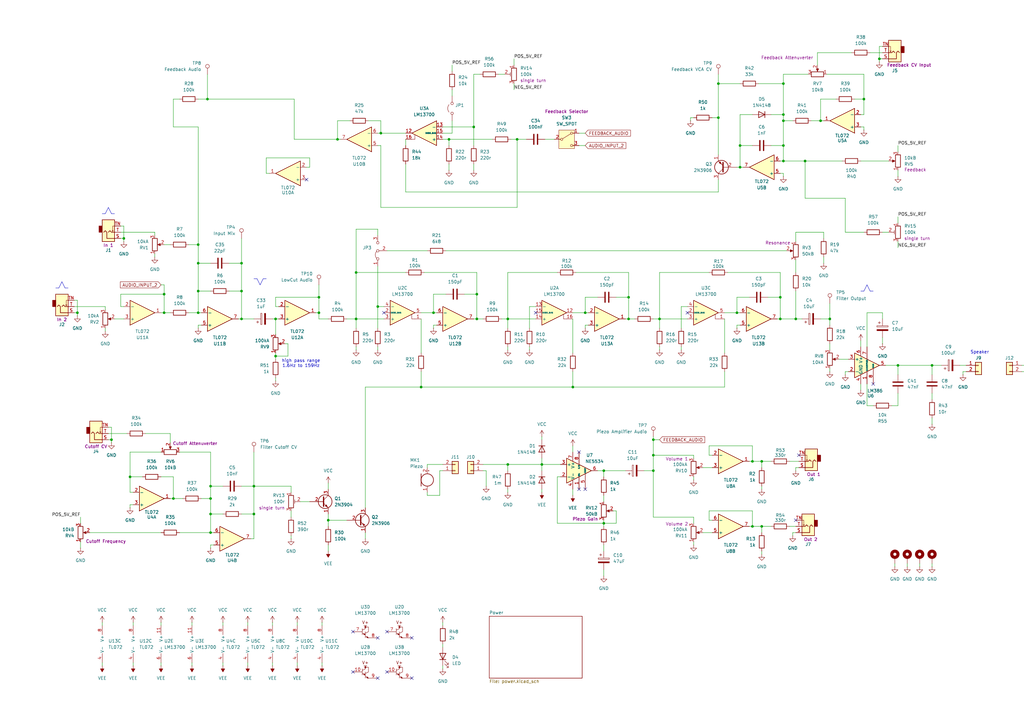
<source format=kicad_sch>
(kicad_sch (version 20231120) (generator "eeschema") (generator_version "8.0")
  (paper "A3")
  (title_block (title "Heirophone") (rev "r02") (company "Helical Sounds") (comment 2 "creativecommons.org/licenses/by/4.0/") (comment 3 "License: CC BY 4.0") (comment 4 "Author: Guy John"))
  (junction (at 138.43 57.15))
  (junction (at 308.61 215.9))
  (junction (at 228.6 334.01))
  (junction (at 184.15 57.15))
  (junction (at 146.05 111.76))
  (junction (at 222.25 190.5))
  (junction (at 53.34 195.58))
  (junction (at 31.75 128.27))
  (junction (at 212.09 57.15))
  (junction (at 71.12 204.47))
  (junction (at 86.36 218.44))
  (junction (at 67.31 120.65))
  (junction (at 368.3 149.86))
  (junction (at 321.31 34.29))
  (junction (at 130.81 128.27))
  (junction (at 85.09 40.64))
  (junction (at 302.26 128.27))
  (junction (at 194.31 52.07))
  (junction (at 86.36 204.47))
  (junction (at 267.97 193.04))
  (junction (at 320.04 121.92))
  (junction (at 270.51 130.81))
  (junction (at 156.21 54.61))
  (junction (at 240.03 128.27))
  (junction (at 321.31 46.99))
  (junction (at 99.06 107.95))
  (junction (at 113.03 146.05))
  (junction (at 86.36 210.82))
  (junction (at 257.81 121.92))
  (junction (at 234.95 158.75))
  (junction (at 177.8 128.27))
  (junction (at 321.31 66.04))
  (junction (at 104.14 210.82))
  (junction (at 267.97 186.69))
  (junction (at 81.28 100.33))
  (junction (at 308.61 189.23))
  (junction (at 130.81 121.92))
  (junction (at 81.28 128.27))
  (junction (at 257.81 130.81))
  (junction (at 312.42 215.9))
  (junction (at 45.72 180.34))
  (junction (at 303.53 59.69))
  (junction (at 104.14 199.39))
  (junction (at 294.64 34.29))
  (junction (at 382.27 149.86))
  (junction (at 99.06 130.81))
  (junction (at 172.72 158.75))
  (junction (at 81.28 107.95))
  (junction (at 195.58 120.65))
  (junction (at 340.36 130.81))
  (junction (at 312.42 189.23))
  (junction (at 247.65 214.63))
  (junction (at 146.05 130.81))
  (junction (at 336.55 49.53))
  (junction (at 195.58 130.81))
  (junction (at 113.03 130.81))
  (junction (at 326.39 130.81))
  (junction (at 208.28 190.5))
  (junction (at 99.06 119.38))
  (junction (at 320.04 130.81))
  (junction (at 321.31 59.69))
  (junction (at 134.62 213.36))
  (junction (at 330.2 66.04))
  (junction (at 67.31 128.27))
  (junction (at 360.68 24.13))
  (junction (at 294.64 48.26))
  (junction (at 50.8 97.79))
  (junction (at 321.31 49.53))
  (junction (at 303.53 68.58))
  (junction (at 247.65 193.04))
  (junction (at 354.33 40.64))
  (junction (at 208.28 130.81))
  (junction (at 154.94 125.73))
  (junction (at 190.5 334.01))
  (junction (at 81.28 119.38))
  (junction (at 267.97 180.34))
  (junction (at 86.36 199.39))
  (no_connect (at 219.71 128.27))
  (no_connect (at 158.75 275.59))
  (no_connect (at 144.78 259.08))
  (no_connect (at 168.91 278.13))
  (no_connect (at 237.49 185.42))
  (no_connect (at 281.94 128.27))
  (no_connect (at 154.94 278.13))
  (no_connect (at 237.49 200.66))
  (no_connect (at 157.48 128.27))
  (no_connect (at 144.78 275.59))
  (no_connect (at 358.14 157.48))
  (no_connect (at 125.73 73.66))
  (no_connect (at 326.39 213.36))
  (no_connect (at 168.91 261.62))
  (no_connect (at 154.94 261.62))
  (no_connect (at 158.75 259.08))
  (no_connect (at 327.66 186.69))
  (no_connect (at 240.03 200.66))
  (wire (pts (xy 91.44 199.39) (xy 86.36 199.39)))
  (wire (pts (xy 78.74 273.05) (xy 78.74 271.78)))
  (wire (pts (xy 41.91 255.27) (xy 41.91 256.54)))
  (wire (pts (xy 340.36 124.46) (xy 340.36 130.81)))
  (polyline (pts (xy 41.91 87.63) (xy 43.18 87.63)))
  (wire (pts (xy 377.19 232.41) (xy 377.19 231.14)))
  (polyline (pts (xy 107.95 114.3) (xy 109.22 114.3)))
  (wire (pts (xy 185.42 54.61) (xy 181.61 54.61)))
  (wire (pts (xy 294.64 73.66) (xy 294.64 78.74)))
  (polyline (pts (xy 44.45 85.09) (xy 45.72 87.63)))
  (wire (pts (xy 81.28 107.95) (xy 86.36 107.95)))
  (wire (pts (xy 71.12 204.47) (xy 74.93 204.47)))
  (wire (pts (xy 195.58 120.65) (xy 195.58 130.81)))
  (polyline (pts (xy 356.87 119.38) (xy 358.14 119.38)))
  (wire (pts (xy 156.21 49.53) (xy 156.21 54.61)))
  (wire (pts (xy 134.62 210.82) (xy 134.62 213.36)))
  (wire (pts (xy 330.2 66.04) (xy 321.31 66.04)))
  (wire (pts (xy 210.82 34.29) (xy 210.82 36.83)))
  (wire (pts (xy 302.26 133.35) (xy 302.26 134.62)))
  (wire (pts (xy 67.31 120.65) (xy 67.31 128.27)))
  (wire (pts (xy 335.28 21.59) (xy 335.28 26.67)))
  (wire (pts (xy 321.31 46.99) (xy 321.31 49.53)))
  (wire (pts (xy 294.64 30.48) (xy 294.64 34.29)))
  (wire (pts (xy 320.04 71.12) (xy 321.31 71.12)))
  (wire (pts (xy 234.95 130.81) (xy 234.95 144.78)))
  (wire (pts (xy 355.6 128.27) (xy 361.95 128.27)))
  (wire (pts (xy 71.12 195.58) (xy 71.12 204.47)))
  (wire (pts (xy 350.52 40.64) (xy 354.33 40.64)))
  (wire (pts (xy 267.97 186.69) (xy 267.97 193.04)))
  (wire (pts (xy 372.11 232.41) (xy 372.11 231.14)))
  (wire (pts (xy 91.44 210.82) (xy 86.36 210.82)))
  (wire (pts (xy 212.09 57.15) (xy 215.9 57.15)))
  (wire (pts (xy 326.39 218.44) (xy 325.12 218.44)))
  (wire (pts (xy 86.36 204.47) (xy 86.36 199.39)))
  (wire (pts (xy 114.3 125.73) (xy 113.03 125.73)))
  (wire (pts (xy 99.06 199.39) (xy 104.14 199.39)))
  (wire (pts (xy 50.8 125.73) (xy 49.53 125.73)))
  (wire (pts (xy 184.15 57.15) (xy 181.61 57.15)))
  (wire (pts (xy 284.48 186.69) (xy 267.97 186.69)))
  (wire (pts (xy 184.15 57.15) (xy 184.15 59.69)))
  (wire (pts (xy 66.04 116.84) (xy 67.31 116.84)))
  (wire (pts (xy 368.3 99.06) (xy 368.3 101.6)))
  (wire (pts (xy 185.42 49.53) (xy 185.42 54.61)))
  (wire (pts (xy 252.73 209.55) (xy 252.73 214.63)))
  (wire (pts (xy 81.28 119.38) (xy 81.28 128.27)))
  (wire (pts (xy 234.95 128.27) (xy 240.03 128.27)))
  (wire (pts (xy 207.01 346.71) (xy 207.01 344.17)))
  (wire (pts (xy 311.15 34.29) (xy 321.31 34.29)))
  (wire (pts (xy 121.92 273.05) (xy 121.92 271.78)))
  (wire (pts (xy 321.31 66.04) (xy 320.04 66.04)))
  (wire (pts (xy 290.83 209.55) (xy 308.61 209.55)))
  (polyline (pts (xy 26.67 118.11) (xy 27.94 118.11)))
  (wire (pts (xy 353.06 52.07) (xy 354.33 52.07)))
  (wire (pts (xy 354.33 95.25) (xy 346.71 95.25)))
  (wire (pts (xy 361.95 128.27) (xy 361.95 130.81)))
  (wire (pts (xy 312.42 227.33) (xy 312.42 226.06)))
  (wire (pts (xy 245.11 193.04) (xy 247.65 193.04)))
  (polyline (pts (xy 354.33 119.38) (xy 355.6 116.84)))
  (wire (pts (xy 86.36 210.82) (xy 86.36 218.44)))
  (polyline (pts (xy 22.86 118.11) (xy 24.13 118.11)))
  (wire (pts (xy 302.26 121.92) (xy 302.26 128.27)))
  (wire (pts (xy 66.04 185.42) (xy 53.34 185.42)))
  (wire (pts (xy 73.66 185.42) (xy 86.36 185.42)))
  (wire (pts (xy 223.52 57.15) (xy 227.33 57.15)))
  (wire (pts (xy 146.05 93.98) (xy 146.05 111.76)))
  (wire (pts (xy 181.61 265.43) (xy 181.61 264.16)))
  (wire (pts (xy 166.37 78.74) (xy 166.37 67.31)))
  (wire (pts (xy 81.28 40.64) (xy 85.09 40.64)))
  (wire (pts (xy 172.72 152.4) (xy 172.72 158.75)))
  (wire (pts (xy 69.85 177.8) (xy 69.85 181.61)))
  (wire (pts (xy 270.51 111.76) (xy 270.51 130.81)))
  (wire (pts (xy 382.27 149.86) (xy 386.08 149.86)))
  (wire (pts (xy 270.51 130.81) (xy 270.51 134.62)))
  (wire (pts (xy 368.3 59.69) (xy 368.3 62.23)))
  (wire (pts (xy 180.34 203.2) (xy 175.26 203.2)))
  (wire (pts (xy 336.55 49.53) (xy 337.82 49.53)))
  (wire (pts (xy 349.25 21.59) (xy 335.28 21.59)))
  (wire (pts (xy 120.65 40.64) (xy 120.65 57.15)))
  (wire (pts (xy 101.6 273.05) (xy 101.6 271.78)))
  (wire (pts (xy 247.65 223.52) (xy 247.65 226.06)))
  (wire (pts (xy 154.94 125.73) (xy 157.48 125.73)))
  (wire (pts (xy 113.03 130.81) (xy 114.3 130.81)))
  (wire (pts (xy 190.5 321.31) (xy 190.5 323.85)))
  (wire (pts (xy 104.14 210.82) (xy 99.06 210.82)))
  (wire (pts (xy 156.21 54.61) (xy 154.94 54.61)))
  (wire (pts (xy 247.65 233.68) (xy 247.65 236.22)))
  (wire (pts (xy 307.34 189.23) (xy 308.61 189.23)))
  (wire (pts (xy 247.65 203.2) (xy 247.65 205.74)))
  (wire (pts (xy 367.03 232.41) (xy 367.03 231.14)))
  (wire (pts (xy 45.72 180.34) (xy 45.72 181.61)))
  (wire (pts (xy 166.37 59.69) (xy 166.37 57.15)))
  (wire (pts (xy 308.61 182.88) (xy 290.83 182.88)))
  (wire (pts (xy 154.94 96.52) (xy 154.94 93.98)))
  (wire (pts (xy 360.68 19.05) (xy 360.68 24.13)))
  (wire (pts (xy 104.14 185.42) (xy 104.14 199.39)))
  (wire (pts (xy 86.36 119.38) (xy 81.28 119.38)))
  (wire (pts (xy 111.76 255.27) (xy 111.76 256.54)))
  (wire (pts (xy 113.03 146.05) (xy 113.03 147.32)))
  (wire (pts (xy 228.6 344.17) (xy 228.6 346.71)))
  (wire (pts (xy 138.43 57.15) (xy 138.43 49.53)))
  (wire (pts (xy 245.11 121.92) (xy 240.03 121.92)))
  (wire (pts (xy 198.12 190.5) (xy 208.28 190.5)))
  (wire (pts (xy 267.97 212.09) (xy 267.97 193.04)))
  (wire (pts (xy 228.6 214.63) (xy 247.65 214.63)))
  (wire (pts (xy 354.33 46.99) (xy 353.06 46.99)))
  (wire (pts (xy 364.49 66.04) (xy 353.06 66.04)))
  (wire (pts (xy 91.44 273.05) (xy 91.44 271.78)))
  (wire (pts (xy 308.61 59.69) (xy 303.53 59.69)))
  (wire (pts (xy 320.04 130.81) (xy 320.04 121.92)))
  (wire (pts (xy 394.97 152.4) (xy 396.24 152.4)))
  (wire (pts (xy 303.53 59.69) (xy 303.53 68.58)))
  (wire (pts (xy 82.55 133.35) (xy 81.28 133.35)))
  (wire (pts (xy 292.1 48.26) (xy 294.64 48.26)))
  (wire (pts (xy 127 205.74) (xy 123.19 205.74)))
  (wire (pts (xy 326.39 95.25) (xy 326.39 99.06)))
  (wire (pts (xy 316.23 46.99) (xy 321.31 46.99)))
  (wire (pts (xy 284.48 48.26) (xy 283.21 48.26)))
  (wire (pts (xy 182.88 102.87) (xy 322.58 102.87)))
  (wire (pts (xy 54.61 255.27) (xy 54.61 256.54)))
  (wire (pts (xy 354.33 52.07) (xy 354.33 53.34)))
  (wire (pts (xy 149.86 218.44) (xy 149.86 220.98)))
  (wire (pts (xy 50.8 97.79) (xy 50.8 99.06)))
  (wire (pts (xy 102.87 220.98) (xy 104.14 220.98)))
  (wire (pts (xy 217.17 125.73) (xy 217.17 134.62)))
  (wire (pts (xy 294.64 34.29) (xy 303.53 34.29)))
  (wire (pts (xy 339.09 30.48) (xy 354.33 30.48)))
  (wire (pts (xy 53.34 185.42) (xy 53.34 195.58)))
  (wire (pts (xy 368.3 149.86) (xy 368.3 153.67)))
  (wire (pts (xy 138.43 57.15) (xy 139.7 57.15)))
  (wire (pts (xy 365.76 166.37) (xy 368.3 166.37)))
  (wire (pts (xy 177.8 128.27) (xy 179.07 128.27)))
  (wire (pts (xy 130.81 128.27) (xy 129.54 128.27)))
  (wire (pts (xy 210.82 24.13) (xy 210.82 26.67)))
  (wire (pts (xy 320.04 130.81) (xy 326.39 130.81)))
  (wire (pts (xy 321.31 49.53) (xy 321.31 59.69)))
  (wire (pts (xy 85.09 30.48) (xy 85.09 40.64)))
  (wire (pts (xy 419.1 149.86) (xy 424.18 149.86)))
  (wire (pts (xy 177.8 128.27) (xy 172.72 128.27)))
  (wire (pts (xy 290.83 182.88) (xy 290.83 186.69)))
  (wire (pts (xy 154.94 59.69) (xy 156.21 59.69)))
  (wire (pts (xy 81.28 133.35) (xy 81.28 134.62)))
  (wire (pts (xy 331.47 30.48) (xy 321.31 30.48)))
  (wire (pts (xy 181.61 193.04) (xy 180.34 193.04)))
  (wire (pts (xy 245.11 346.71) (xy 245.11 344.17)))
  (wire (pts (xy 156.21 85.09) (xy 212.09 85.09)))
  (wire (pts (xy 279.4 134.62) (xy 279.4 125.73)))
  (wire (pts (xy 228.6 331.47) (xy 228.6 334.01)))
  (wire (pts (xy 354.33 30.48) (xy 354.33 40.64)))
  (wire (pts (xy 149.86 158.75) (xy 172.72 158.75)))
  (wire (pts (xy 325.12 49.53) (xy 321.31 49.53)))
  (wire (pts (xy 326.39 106.68) (xy 326.39 111.76)))
  (polyline (pts (xy 355.6 116.84) (xy 356.87 119.38)))
  (wire (pts (xy 247.65 214.63) (xy 247.65 215.9)))
  (wire (pts (xy 119.38 199.39) (xy 119.38 201.93)))
  (wire (pts (xy 323.85 189.23) (xy 327.66 189.23)))
  (polyline (pts (xy 105.41 114.3) (xy 106.68 116.84)))
  (wire (pts (xy 279.4 142.24) (xy 279.4 143.51)))
  (wire (pts (xy 146.05 111.76) (xy 146.05 130.81)))
  (wire (pts (xy 336.55 49.53) (xy 332.74 49.53)))
  (wire (pts (xy 288.29 191.77) (xy 292.1 191.77)))
  (wire (pts (xy 91.44 255.27) (xy 91.44 256.54)))
  (polyline (pts (xy 104.14 114.3) (xy 105.41 114.3)))
  (wire (pts (xy 67.31 100.33) (xy 69.85 100.33)))
  (wire (pts (xy 393.7 149.86) (xy 396.24 149.86)))
  (wire (pts (xy 93.98 107.95) (xy 99.06 107.95)))
  (wire (pts (xy 252.73 121.92) (xy 257.81 121.92)))
  (wire (pts (xy 204.47 30.48) (xy 207.01 30.48)))
  (wire (pts (xy 134.62 213.36) (xy 134.62 215.9)))
  (wire (pts (xy 195.58 111.76) (xy 195.58 120.65)))
  (wire (pts (xy 219.71 125.73) (xy 217.17 125.73)))
  (wire (pts (xy 326.39 119.38) (xy 326.39 130.81)))
  (wire (pts (xy 134.62 223.52) (xy 134.62 226.06)))
  (wire (pts (xy 111.76 130.81) (xy 113.03 130.81)))
  (wire (pts (xy 336.55 40.64) (xy 336.55 49.53)))
  (wire (pts (xy 245.11 336.55) (xy 245.11 334.01)))
  (wire (pts (xy 185.42 36.83) (xy 185.42 39.37)))
  (wire (pts (xy 54.61 273.05) (xy 54.61 271.78)))
  (wire (pts (xy 298.45 111.76) (xy 320.04 111.76)))
  (wire (pts (xy 208.28 190.5) (xy 222.25 190.5)))
  (wire (pts (xy 245.11 334.01) (xy 228.6 334.01)))
  (wire (pts (xy 308.61 215.9) (xy 307.34 215.9)))
  (wire (pts (xy 194.31 30.48) (xy 194.31 52.07)))
  (wire (pts (xy 116.84 140.97) (xy 118.11 140.97)))
  (wire (pts (xy 177.8 133.35) (xy 179.07 133.35)))
  (wire (pts (xy 308.61 46.99) (xy 303.53 46.99)))
  (wire (pts (xy 50.8 92.71) (xy 50.8 97.79)))
  (wire (pts (xy 101.6 255.27) (xy 101.6 256.54)))
  (wire (pts (xy 199.39 193.04) (xy 198.12 193.04)))
  (wire (pts (xy 81.28 52.07) (xy 71.12 52.07)))
  (wire (pts (xy 146.05 130.81) (xy 146.05 134.62)))
  (wire (pts (xy 217.17 142.24) (xy 217.17 143.51)))
  (wire (pts (xy 53.34 195.58) (xy 53.34 201.93)))
  (wire (pts (xy 86.36 218.44) (xy 87.63 218.44)))
  (wire (pts (xy 205.74 130.81) (xy 208.28 130.81)))
  (wire (pts (xy 99.06 119.38) (xy 99.06 130.81)))
  (wire (pts (xy 77.47 128.27) (xy 81.28 128.27)))
  (wire (pts (xy 312.42 189.23) (xy 312.42 191.77)))
  (wire (pts (xy 312.42 215.9) (xy 312.42 218.44)))
  (wire (pts (xy 323.85 215.9) (xy 326.39 215.9)))
  (wire (pts (xy 71.12 40.64) (xy 73.66 40.64)))
  (polyline (pts (xy 45.72 87.63) (xy 46.99 87.63)))
  (wire (pts (xy 234.95 158.75) (xy 297.18 158.75)))
  (wire (pts (xy 138.43 49.53) (xy 143.51 49.53)))
  (wire (pts (xy 303.53 46.99) (xy 303.53 59.69)))
  (wire (pts (xy 326.39 191.77) (xy 326.39 193.04)))
  (wire (pts (xy 355.6 166.37) (xy 358.14 166.37)))
  (wire (pts (xy 207.01 334.01) (xy 190.5 334.01)))
  (wire (pts (xy 46.99 130.81) (xy 50.8 130.81)))
  (wire (pts (xy 125.73 68.58) (xy 127 68.58)))
  (wire (pts (xy 312.42 215.9) (xy 316.23 215.9)))
  (wire (pts (xy 247.65 193.04) (xy 247.65 195.58)))
  (wire (pts (xy 257.81 121.92) (xy 257.81 130.81)))
  (wire (pts (xy 270.51 142.24) (xy 270.51 143.51)))
  (wire (pts (xy 99.06 97.79) (xy 99.06 107.95)))
  (wire (pts (xy 67.31 128.27) (xy 69.85 128.27)))
  (wire (pts (xy 53.34 201.93) (xy 54.61 201.93)))
  (wire (pts (xy 320.04 111.76) (xy 320.04 121.92)))
  (wire (pts (xy 337.82 97.79) (xy 337.82 95.25)))
  (wire (pts (xy 290.83 186.69) (xy 292.1 186.69)))
  (wire (pts (xy 119.38 212.09) (xy 119.38 209.55)))
  (wire (pts (xy 146.05 111.76) (xy 166.37 111.76)))
  (wire (pts (xy 113.03 130.81) (xy 113.03 137.16)))
  (wire (pts (xy 86.36 210.82) (xy 86.36 204.47)))
  (wire (pts (xy 302.26 68.58) (xy 303.53 68.58)))
  (wire (pts (xy 190.5 331.47) (xy 190.5 334.01)))
  (wire (pts (xy 109.22 71.12) (xy 110.49 71.12)))
  (wire (pts (xy 308.61 215.9) (xy 312.42 215.9)))
  (wire (pts (xy 360.68 24.13) (xy 360.68 25.4)))
  (wire (pts (xy 355.6 142.24) (xy 355.6 128.27)))
  (wire (pts (xy 130.81 130.81) (xy 134.62 130.81)))
  (wire (pts (xy 86.36 223.52) (xy 86.36 224.79)))
  (wire (pts (xy 31.75 128.27) (xy 31.75 129.54)))
  (wire (pts (xy 146.05 142.24) (xy 146.05 143.51)))
  (wire (pts (xy 41.91 273.05) (xy 41.91 271.78)))
  (wire (pts (xy 86.36 185.42) (xy 86.36 199.39)))
  (wire (pts (xy 36.83 218.44) (xy 66.04 218.44)))
  (polyline (pts (xy 25.4 115.57) (xy 26.67 118.11)))
  (wire (pts (xy 292.1 213.36) (xy 290.83 213.36)))
  (wire (pts (xy 81.28 107.95) (xy 81.28 119.38)))
  (wire (pts (xy 279.4 125.73) (xy 281.94 125.73)))
  (wire (pts (xy 104.14 220.98) (xy 104.14 210.82)))
  (wire (pts (xy 222.25 201.93) (xy 222.25 200.66)))
  (wire (pts (xy 290.83 213.36) (xy 290.83 209.55)))
  (wire (pts (xy 87.63 223.52) (xy 86.36 223.52)))
  (wire (pts (xy 99.06 107.95) (xy 99.06 119.38)))
  (wire (pts (xy 118.11 140.97) (xy 118.11 146.05)))
  (wire (pts (xy 66.04 128.27) (xy 67.31 128.27)))
  (wire (pts (xy 342.9 40.64) (xy 336.55 40.64)))
  (wire (pts (xy 66.04 255.27) (xy 66.04 256.54)))
  (wire (pts (xy 237.49 59.69) (xy 240.03 59.69)))
  (wire (pts (xy 63.5 105.41) (xy 63.5 104.14)))
  (wire (pts (xy 207.01 336.55) (xy 207.01 334.01)))
  (wire (pts (xy 340.36 140.97) (xy 340.36 143.51)))
  (wire (pts (xy 240.03 128.27) (xy 241.3 128.27)))
  (polyline (pts (xy 43.18 87.63) (xy 44.45 85.09)))
  (wire (pts (xy 330.2 81.28) (xy 330.2 66.04)))
  (wire (pts (xy 222.25 179.07) (xy 222.25 180.34)))
  (wire (pts (xy 284.48 223.52) (xy 284.48 222.25)))
  (wire (pts (xy 146.05 130.81) (xy 157.48 130.81)))
  (wire (pts (xy 347.98 152.4) (xy 346.71 152.4)))
  (wire (pts (xy 53.34 207.01) (xy 53.34 208.28)))
  (wire (pts (xy 419.1 152.4) (xy 424.18 152.4)))
  (wire (pts (xy 77.47 100.33) (xy 81.28 100.33)))
  (wire (pts (xy 234.95 182.88) (xy 234.95 185.42)))
  (wire (pts (xy 134.62 198.12) (xy 134.62 200.66)))
  (wire (pts (xy 234.95 152.4) (xy 234.95 158.75)))
  (wire (pts (xy 119.38 220.98) (xy 119.38 219.71)))
  (wire (pts (xy 382.27 232.41) (xy 382.27 231.14)))
  (wire (pts (xy 257.81 111.76) (xy 257.81 121.92)))
  (wire (pts (xy 81.28 52.07) (xy 81.28 100.33)))
  (wire (pts (xy 208.28 130.81) (xy 208.28 134.62)))
  (wire (pts (xy 368.3 149.86) (xy 382.27 149.86)))
  (wire (pts (xy 208.28 111.76) (xy 208.28 130.81)))
  (wire (pts (xy 132.08 273.05) (xy 132.08 271.78)))
  (wire (pts (xy 33.02 212.09) (xy 33.02 214.63)))
  (polyline (pts (xy 106.68 116.84) (xy 107.95 114.3)))
  (wire (pts (xy 185.42 26.67) (xy 185.42 29.21)))
  (wire (pts (xy 130.81 130.81) (xy 130.81 128.27)))
  (wire (pts (xy 346.71 152.4) (xy 346.71 153.67)))
  (wire (pts (xy 382.27 149.86) (xy 382.27 153.67)))
  (wire (pts (xy 45.72 175.26) (xy 45.72 180.34)))
  (wire (pts (xy 284.48 187.96) (xy 284.48 186.69)))
  (wire (pts (xy 43.18 135.89) (xy 43.18 134.62)))
  (wire (pts (xy 199.39 193.04) (xy 199.39 199.39)))
  (wire (pts (xy 321.31 59.69) (xy 321.31 66.04)))
  (wire (pts (xy 308.61 189.23) (xy 308.61 182.88)))
  (wire (pts (xy 194.31 30.48) (xy 196.85 30.48)))
  (wire (pts (xy 264.16 193.04) (xy 267.97 193.04)))
  (wire (pts (xy 180.34 193.04) (xy 180.34 203.2)))
  (wire (pts (xy 49.53 97.79) (xy 50.8 97.79)))
  (wire (pts (xy 209.55 57.15) (xy 212.09 57.15)))
  (wire (pts (xy 340.36 130.81) (xy 340.36 133.35)))
  (wire (pts (xy 240.03 133.35) (xy 240.03 134.62)))
  (wire (pts (xy 99.06 130.81) (xy 97.79 130.81)))
  (wire (pts (xy 142.24 130.81) (xy 146.05 130.81)))
  (wire (pts (xy 241.3 133.35) (xy 240.03 133.35)))
  (wire (pts (xy 208.28 142.24) (xy 208.28 143.51)))
  (wire (pts (xy 49.53 92.71) (xy 50.8 92.71)))
  (wire (pts (xy 175.26 191.77) (xy 175.26 190.5)))
  (wire (pts (xy 31.75 123.19) (xy 31.75 128.27)))
  (wire (pts (xy 327.66 191.77) (xy 326.39 191.77)))
  (wire (pts (xy 361.95 95.25) (xy 364.49 95.25)))
  (wire (pts (xy 190.5 334.01) (xy 190.5 336.55)))
  (wire (pts (xy 228.6 321.31) (xy 228.6 323.85)))
  (wire (pts (xy 132.08 255.27) (xy 132.08 256.54)))
  (wire (pts (xy 288.29 218.44) (xy 292.1 218.44)))
  (wire (pts (xy 368.3 72.39) (xy 368.3 69.85)))
  (wire (pts (xy 44.45 175.26) (xy 45.72 175.26)))
  (wire (pts (xy 30.48 123.19) (xy 31.75 123.19)))
  (wire (pts (xy 382.27 161.29) (xy 382.27 163.83)))
  (wire (pts (xy 63.5 95.25) (xy 63.5 96.52)))
  (wire (pts (xy 181.61 274.32) (xy 181.61 273.05)))
  (wire (pts (xy 361.95 21.59) (xy 356.87 21.59)))
  (wire (pts (xy 104.14 199.39) (xy 104.14 210.82)))
  (wire (pts (xy 151.13 49.53) (xy 156.21 49.53)))
  (wire (pts (xy 49.53 120.65) (xy 67.31 120.65)))
  (wire (pts (xy 184.15 57.15) (xy 201.93 57.15)))
  (wire (pts (xy 156.21 54.61) (xy 166.37 54.61)))
  (wire (pts (xy 113.03 146.05) (xy 113.03 144.78)))
  (wire (pts (xy 113.03 156.21) (xy 113.03 154.94)))
  (wire (pts (xy 59.69 177.8) (xy 69.85 177.8)))
  (wire (pts (xy 194.31 52.07) (xy 194.31 59.69)))
  (wire (pts (xy 251.46 209.55) (xy 252.73 209.55)))
  (wire (pts (xy 316.23 59.69) (xy 321.31 59.69)))
  (wire (pts (xy 346.71 81.28) (xy 330.2 81.28)))
  (wire (pts (xy 344.17 147.32) (xy 347.98 147.32)))
  (wire (pts (xy 297.18 152.4) (xy 297.18 158.75)))
  (wire (pts (xy 113.03 125.73) (xy 113.03 121.92)))
  (wire (pts (xy 154.94 109.22) (xy 154.94 125.73)))
  (wire (pts (xy 222.25 187.96) (xy 222.25 190.5)))
  (wire (pts (xy 33.02 224.79) (xy 33.02 222.25)))
  (wire (pts (xy 368.3 166.37) (xy 368.3 161.29)))
  (wire (pts (xy 321.31 30.48) (xy 321.31 34.29)))
  (wire (pts (xy 172.72 130.81) (xy 172.72 144.78)))
  (wire (pts (xy 294.64 48.26) (xy 294.64 63.5)))
  (wire (pts (xy 93.98 119.38) (xy 99.06 119.38)))
  (wire (pts (xy 71.12 52.07) (xy 71.12 40.64)))
  (wire (pts (xy 49.53 125.73) (xy 49.53 120.65)))
  (wire (pts (xy 67.31 116.84) (xy 67.31 120.65)))
  (wire (pts (xy 127 64.77) (xy 109.22 64.77)))
  (wire (pts (xy 85.09 40.64) (xy 120.65 40.64)))
  (wire (pts (xy 297.18 130.81) (xy 297.18 144.78)))
  (wire (pts (xy 302.26 133.35) (xy 303.53 133.35)))
  (wire (pts (xy 190.5 344.17) (xy 190.5 346.71)))
  (wire (pts (xy 247.65 213.36) (xy 247.65 214.63)))
  (wire (pts (xy 228.6 334.01) (xy 228.6 336.55)))
  (wire (pts (xy 154.94 93.98) (xy 146.05 93.98)))
  (wire (pts (xy 325.12 218.44) (xy 325.12 219.71)))
  (wire (pts (xy 336.55 130.81) (xy 340.36 130.81)))
  (wire (pts (xy 120.65 57.15) (xy 138.43 57.15)))
  (wire (pts (xy 284.48 212.09) (xy 267.97 212.09)))
  (wire (pts (xy 284.48 196.85) (xy 284.48 195.58)))
  (wire (pts (xy 195.58 130.81) (xy 194.31 130.81)))
  (wire (pts (xy 345.44 66.04) (xy 330.2 66.04)))
  (wire (pts (xy 228.6 111.76) (xy 208.28 111.76)))
  (wire (pts (xy 303.53 68.58) (xy 304.8 68.58)))
  (wire (pts (xy 212.09 85.09) (xy 212.09 57.15)))
  (wire (pts (xy 394.97 153.67) (xy 394.97 152.4)))
  (wire (pts (xy 194.31 69.85) (xy 194.31 67.31)))
  (wire (pts (xy 158.75 102.87) (xy 175.26 102.87)))
  (wire (pts (xy 71.12 204.47) (xy 69.85 204.47)))
  (wire (pts (xy 81.28 128.27) (xy 82.55 128.27)))
  (wire (pts (xy 130.81 116.84) (xy 130.81 121.92)))
  (wire (pts (xy 257.81 130.81) (xy 256.54 130.81)))
  (wire (pts (xy 82.55 204.47) (xy 86.36 204.47)))
  (wire (pts (xy 208.28 200.66) (xy 208.28 201.93)))
  (wire (pts (xy 58.42 195.58) (xy 53.34 195.58)))
  (wire (pts (xy 172.72 158.75) (xy 234.95 158.75)))
  (wire (pts (xy 290.83 111.76) (xy 270.51 111.76)))
  (wire (pts (xy 284.48 214.63) (xy 284.48 212.09)))
  (wire (pts (xy 340.36 152.4) (xy 340.36 151.13)))
  (wire (pts (xy 228.6 195.58) (xy 228.6 214.63)))
  (wire (pts (xy 312.42 189.23) (xy 316.23 189.23)))
  (wire (pts (xy 111.76 273.05) (xy 111.76 271.78)))
  (wire (pts (xy 368.3 88.9) (xy 368.3 91.44)))
  (wire (pts (xy 346.71 95.25) (xy 346.71 81.28)))
  (wire (pts (xy 240.03 121.92) (xy 240.03 128.27)))
  (wire (pts (xy 121.92 255.27) (xy 121.92 256.54)))
  (wire (pts (xy 237.49 54.61) (xy 240.03 54.61)))
  (wire (pts (xy 99.06 130.81) (xy 104.14 130.81)))
  (wire (pts (xy 222.25 190.5) (xy 222.25 193.04)))
  (wire (pts (xy 73.66 218.44) (xy 86.36 218.44)))
  (wire (pts (xy 308.61 189.23) (xy 312.42 189.23)))
  (wire (pts (xy 134.62 213.36) (xy 142.24 213.36)))
  (wire (pts (xy 109.22 64.77) (xy 109.22 71.12)))
  (wire (pts (xy 81.28 100.33) (xy 81.28 107.95)))
  (wire (pts (xy 312.42 200.66) (xy 312.42 199.39)))
  (wire (pts (xy 337.82 95.25) (xy 326.39 95.25)))
  (wire (pts (xy 156.21 59.69) (xy 156.21 85.09)))
  (wire (pts (xy 130.81 121.92) (xy 130.81 128.27)))
  (wire (pts (xy 54.61 207.01) (xy 53.34 207.01)))
  (wire (pts (xy 149.86 158.75) (xy 149.86 208.28)))
  (wire (pts (xy 177.8 133.35) (xy 177.8 134.62)))
  (wire (pts (xy 297.18 128.27) (xy 302.26 128.27)))
  (wire (pts (xy 30.48 128.27) (xy 31.75 128.27)))
  (polyline (pts (xy 24.13 118.11) (xy 25.4 115.57)))
  (wire (pts (xy 43.18 125.73) (xy 43.18 127)))
  (wire (pts (xy 270.51 130.81) (xy 281.94 130.81)))
  (wire (pts (xy 66.04 195.58) (xy 71.12 195.58)))
  (wire (pts (xy 321.31 34.29) (xy 321.31 46.99)))
  (wire (pts (xy 234.95 203.2) (xy 234.95 200.66)))
  (wire (pts (xy 175.26 203.2) (xy 175.26 201.93)))
  (wire (pts (xy 294.64 34.29) (xy 294.64 48.26)))
  (wire (pts (xy 353.06 139.7) (xy 353.06 142.24)))
  (polyline (pts (xy 353.06 119.38) (xy 354.33 119.38)))
  (wire (pts (xy 308.61 209.55) (xy 308.61 215.9)))
  (wire (pts (xy 355.6 157.48) (xy 355.6 166.37)))
  (wire (pts (xy 78.74 255.27) (xy 78.74 256.54)))
  (wire (pts (xy 267.97 180.34) (xy 270.51 180.34)))
  (wire (pts (xy 208.28 190.5) (xy 208.28 193.04)))
  (wire (pts (xy 302.26 128.27) (xy 303.53 128.27)))
  (wire (pts (xy 182.88 120.65) (xy 177.8 120.65)))
  (wire (pts (xy 318.77 130.81) (xy 320.04 130.81)))
  (wire (pts (xy 175.26 190.5) (xy 181.61 190.5)))
  (wire (pts (xy 236.22 111.76) (xy 257.81 111.76)))
  (wire (pts (xy 247.65 214.63) (xy 252.73 214.63)))
  (wire (pts (xy 353.06 160.02) (xy 353.06 157.48)))
  (wire (pts (xy 247.65 193.04) (xy 256.54 193.04)))
  (wire (pts (xy 337.82 105.41) (xy 337.82 107.95)))
  (wire (pts (xy 222.25 190.5) (xy 229.87 190.5)))
  (wire (pts (xy 118.11 146.05) (xy 113.03 146.05)))
  (wire (pts (xy 361.95 140.97) (xy 361.95 138.43)))
  (wire (pts (xy 44.45 177.8) (xy 52.07 177.8)))
  (wire (pts (xy 184.15 69.85) (xy 184.15 67.31)))
  (wire (pts (xy 361.95 19.05) (xy 360.68 19.05)))
  (wire (pts (xy 190.5 120.65) (xy 195.58 120.65)))
  (wire (pts (xy 321.31 71.12) (xy 321.31 72.39)))
  (wire (pts (xy 267.97 130.81) (xy 270.51 130.81)))
  (wire (pts (xy 154.94 142.24) (xy 154.94 143.51)))
  (wire (pts (xy 229.87 195.58) (xy 228.6 195.58)))
  (wire (pts (xy 66.04 273.05) (xy 66.04 271.78)))
  (wire (pts (xy 44.45 180.34) (xy 45.72 180.34)))
  (wire (pts (xy 267.97 180.34) (xy 267.97 186.69)))
  (wire (pts (xy 30.48 125.73) (xy 43.18 125.73)))
  (wire (pts (xy 154.94 125.73) (xy 154.94 134.62)))
  (wire (pts (xy 49.53 95.25) (xy 63.5 95.25)))
  (wire (pts (xy 314.96 121.92) (xy 320.04 121.92)))
  (wire (pts (xy 166.37 78.74) (xy 294.64 78.74)))
  (wire (pts (xy 257.81 130.81) (xy 260.35 130.81)))
  (wire (pts (xy 104.14 199.39) (xy 119.38 199.39)))
  (wire (pts (xy 181.61 255.27) (xy 181.61 256.54)))
  (wire (pts (xy 361.95 24.13) (xy 360.68 24.13)))
  (wire (pts (xy 173.99 111.76) (xy 195.58 111.76)))
  (wire (pts (xy 267.97 179.07) (xy 267.97 180.34)))
  (wire (pts (xy 326.39 130.81) (xy 328.93 130.81)))
  (wire (pts (xy 307.34 121.92) (xy 302.26 121.92)))
  (wire (pts (xy 208.28 130.81) (xy 219.71 130.81)))
  (wire (pts (xy 181.61 52.07) (xy 194.31 52.07)))
  (wire (pts (xy 382.27 173.99) (xy 382.27 171.45)))
  (wire (pts (xy 113.03 121.92) (xy 130.81 121.92)))
  (wire (pts (xy 283.21 48.26) (xy 283.21 49.53)))
  (wire (pts (xy 127 68.58) (xy 127 64.77)))
  (wire (pts (xy 198.12 130.81) (xy 195.58 130.81)))
  (wire (pts (xy 363.22 149.86) (xy 368.3 149.86)))
  (wire (pts (xy 177.8 120.65) (xy 177.8 128.27)))
  (wire (pts (xy 354.33 40.64) (xy 354.33 46.99)))
  (text "high pass range\n1.6Hz to 159Hz" (at 123.444 149.098 0) (effects (font (size 1.27 1.27))))
  (text "Speaker" (at 401.828 144.526 0) (effects (font (size 1.27 1.27))))
  (label "POS_5V_REF" (at 210.82 24.13 0))
  (label "NEG_5V_REF" (at 245.11 334.01 0))
  (label "POS_5V_REF" (at 207.01 334.01 0))
  (label "POS_5V_REF" (at 368.3 88.9 0))
  (label "POS_5V_REF" (at 368.3 59.69 0))
  (label "POS_5V_REF" (at 33.02 212.09 180))
  (label "POS_5V_REF" (at 185.42 26.67 0))
  (label "NEG_5V_REF" (at 368.3 101.6 0))
  (label "NEG_5V_REF" (at 210.82 36.83 0))
  (global_label "FEEDBACK_AUDIO" (shape input) (at 270.51 180.34 0) (property "Intersheetrefs" "${INTERSHEET_REFS}" (effects (hide yes))))
  (global_label "AUDIO_INPUT_2" (shape input) (at 240.03 59.69 0) (property "Intersheetrefs" "${INTERSHEET_REFS}" (effects (hide yes))))
  (global_label "FEEDBACK_AUDIO" (shape input) (at 240.03 54.61 0) (property "Intersheetrefs" "${INTERSHEET_REFS}" (effects (hide yes))))
  (global_label "AUDIO_INPUT_2" (shape input) (at 66.04 116.84 180) (property "Intersheetrefs" "${INTERSHEET_REFS}" (effects (hide yes))))
  (symbol (lib_id "power:VCC") (at 91.44 255.27 0) (unit 1)
    (property "Reference" "#PWR075" (effects (hide yes)))
    (property "Value" "VCC" (at 91.44 250.19 0))
    (property "Description" "Power symbol creates a global label with name \"VCC\"" (effects (hide yes)))
  )
  (symbol (lib_id "Amplifier_Operational:TL072") (at 345.44 49.53 180) (unit 1)
    (property "Reference" "U5" (at 345.44 57.658 0))
    (property "Value" "TL072" (at 345.44 55.626 0))
    (property "Footprint" "Package_DIP:DIP-8_W7.62mm_Socket" (effects (hide yes)))
    (property "Datasheet" "http://www.ti.com/lit/ds/symlink/tl071.pdf" (effects (hide yes)))
    (property "Description" "Dual Low-Noise JFET-Input Operational Amplifiers, DIP-8/SOIC-8" (effects (hide yes)))
  )
  (symbol (lib_id "power:VEE") (at 78.74 273.05 180) (unit 1)
    (property "Reference" "#PWR071" (effects (hide yes)))
    (property "Value" "VEE" (at 78.74 278.13 0))
    (property "Description" "Power symbol creates a global label with name \"VEE\"" (effects (hide yes)))
  )
  (symbol (lib_id "Rumblesan_Standard_Parts:C") (at 368.3 157.48 0) (unit 1)
    (property "Reference" "C41" (at 372.11 156.2099 0) (effects (justify left)))
    (property "Value" "47nF" (at 372.11 158.7499 0) (effects (justify left)))
    (property "Footprint" "Rumblesan_Standard_Parts:C_Rect_L7.0mm_W2.5mm_P5.00mm" (effects (hide yes)))
    (property "Description" "Unpolarized capacitor" (effects (hide yes)))
    (property "Spec" "ceramic C0G" (effects (hide yes)))
    (property "Tolerance" "5%" (effects (hide yes)))
  )
  (symbol (lib_id "power:GND") (at 146.05 143.51 0) (unit 1)
    (property "Reference" "#PWR06" (effects (hide yes)))
    (property "Value" "GND" (at 146.05 148.59 0))
    (property "Description" "Power symbol creates a global label with name \"GND\" , ground" (effects (hide yes)))
  )
  (symbol (lib_id "power:GND") (at 199.39 199.39 0) (mirror y) (unit 1)
    (property "Reference" "#PWR050" (effects (hide yes)))
    (property "Value" "GND" (at 199.39 204.47 0))
    (property "Description" "Power symbol creates a global label with name \"GND\" , ground" (effects (hide yes)))
  )
  (symbol (lib_id "power:VEE") (at 234.95 203.2 180) (unit 1)
    (property "Reference" "#PWR047" (effects (hide yes)))
    (property "Value" "VEE" (at 234.95 208.28 0))
    (property "Description" "Power symbol creates a global label with name \"VEE\"" (effects (hide yes)))
  )
  (symbol (lib_id "Rumblesan_Standard_Parts:R") (at 55.88 177.8 90) (unit 1)
    (property "Reference" "R34" (at 55.88 171.45 90))
    (property "Value" "100k" (at 55.88 173.99 90))
    (property "Footprint" "Rumblesan_Standard_Parts:R_Axial_DIN0207_L6.3mm_D2.5mm_P10.16mm_Horizontal" (effects (hide yes)))
    (property "Description" "Resistor" (effects (hide yes)))
    (property "Tolerance" "1%" (effects (hide yes)))
    (property "Power" "0.5W" (effects (hide yes)))
    (property "Spec" "metal film" (effects (hide yes)))
  )
  (symbol (lib_id "Rumblesan_Standard_Parts:R_Potentiometer") (at 69.85 185.42 90) (unit 1)
    (property "Reference" "RV6" (at 69.85 189.23 90))
    (property "Value" "10kB" (at 69.85 191.77 90))
    (property "Footprint" "Rumblesan_Potentiometer_THT:Potentiometer_Alpha_RD901F-40-00D_Single_Vertical" (effects (hide yes)))
    (property "Datasheet" "http://www.taiwanalpha.com/downloads?target=products&id=113" (effects (hide yes)))
    (property "Description" "Potentiometer" (effects (hide yes)))
    (property "Name" "Cutoff Attenuverter" (at 80.01 181.864 90))
  )
  (symbol (lib_id "Rumblesan_Standard_Parts:C_Polarized") (at 207.01 340.36 0) (unit 1)
    (property "Reference" "C42" (at 210.82 338.2009 0) (effects (justify left)))
    (property "Value" "10uF" (at 210.82 340.7409 0) (effects (justify left)))
    (property "Footprint" "Rumblesan_Standard_Parts:CP_Radial_D5.0mm_P2.00mm" (effects (hide yes)))
    (property "Description" "Polarized capacitor" (effects (hide yes)))
    (property "Spec" "electrolytic" (effects (hide yes)))
    (property "Tolerance" "20%" (effects (hide yes)))
    (property "Voltage" "50v" (effects (hide yes)))
  )
  (symbol (lib_id "Connector_Generic:Conn_01x02") (at 186.69 193.04 0) (mirror x) (unit 1) (on_board no)
    (property "Reference" "J11" (at 186.69 187.452 0))
    (property "Value" "Conn_01x02" (effects (hide yes)))
    (property "Footprint" "Rumblesan_Connectors:Molex_KK-254_22-05-7028_1x02_P2.54mm_Horizontal" (effects (hide yes)))
    (property "Description" "Generic connector, single row, 01x02, script generated (kicad-library-utils/schlib/autogen/connector/)" (effects (hide yes)))
  )
  (symbol (lib_id "Amplifier_Audio:LM386") (at 355.6 149.86 0) (unit 1)
    (property "Reference" "U6" (at 357.124 162.306 0))
    (property "Value" "LM386" (at 358.902 160.274 0))
    (property "Footprint" "Package_DIP:DIP-8_W7.62mm_Socket" (effects (hide yes)))
    (property "Datasheet" "http://www.ti.com/lit/ds/symlink/lm386.pdf" (effects (hide yes)))
    (property "Description" "Low Voltage Audio Power Amplifier, DIP-8/SOIC-8/SSOP-8" (effects (hide yes)))
  )
  (symbol (lib_id "power:GND") (at 81.28 134.62 0) (unit 1)
    (property "Reference" "#PWR07" (effects (hide yes)))
    (property "Value" "GND" (at 81.28 139.7 0))
    (property "Description" "Power symbol creates a global label with name \"GND\" , ground" (effects (hide yes)))
  )
  (symbol (lib_id "Transistor_BJT:2N3904") (at 132.08 205.74 0) (unit 1)
    (property "Reference" "Q1" (at 137.16 204.4699 0) (effects (justify left)))
    (property "Value" "2N3904" (at 137.16 207.0099 0) (effects (justify left)))
    (property "Footprint" "Package_TO_SOT_THT:TO-92_Inline_Wide" (effects (hide yes)))
    (property "Datasheet" "https://www.onsemi.com/pub/Collateral/2N3903-D.PDF" (effects (hide yes)))
    (property "Description" "0.2A Ic, 40V Vce, Small Signal NPN Transistor, TO-92" (effects (hide yes)))
  )
  (symbol (lib_id "Amplifier_Operational:LM13700") (at 289.56 128.27 0) (unit 3)
    (property "Reference" "U3" (at 289.56 118.11 0))
    (property "Value" "LM13700" (at 289.56 120.65 0))
    (property "Footprint" "Package_DIP:DIP-16_W7.62mm_Socket" (effects (hide yes)))
    (property "Datasheet" "http://www.ti.com/lit/ds/symlink/lm13700.pdf" (effects (hide yes)))
    (property "Description" "Dual Operational Transconductance Amplifiers with Linearizing Diodes and Buffers, DIP-16/SOIC-16" (effects (hide yes)))
  )
  (symbol (lib_id "Rumblesan_Standard_Parts:R") (at 346.71 40.64 270) (mirror x) (unit 1)
    (property "Reference" "R39" (at 346.71 34.29 90))
    (property "Value" "100k" (at 346.71 36.83 90))
    (property "Footprint" "Rumblesan_Standard_Parts:R_Axial_DIN0207_L6.3mm_D2.5mm_P10.16mm_Horizontal" (effects (hide yes)))
    (property "Description" "Resistor" (effects (hide yes)))
    (property "Tolerance" "1%" (effects (hide yes)))
    (property "Power" "0.5W" (effects (hide yes)))
    (property "Spec" "metal film" (effects (hide yes)))
  )
  (symbol (lib_id "power:GND") (at 240.03 134.62 0) (unit 1)
    (property "Reference" "#PWR02" (effects (hide yes)))
    (property "Value" "GND" (at 240.03 139.7 0))
    (property "Description" "Power symbol creates a global label with name \"GND\" , ground" (effects (hide yes)))
  )
  (symbol (lib_id "Amplifier_Operational:TL072") (at 248.92 130.81 0) (mirror x) (unit 1)
    (property "Reference" "U13" (at 248.92 140.97 0))
    (property "Value" "TL072" (at 248.92 138.43 0))
    (property "Footprint" "Package_DIP:DIP-8_W7.62mm_Socket" (effects (hide yes)))
    (property "Datasheet" "http://www.ti.com/lit/ds/symlink/tl071.pdf" (effects (hide yes)))
    (property "Description" "Dual Low-Noise JFET-Input Operational Amplifiers, DIP-8/SOIC-8" (effects (hide yes)))
  )
  (symbol (lib_id "Rumblesan_Standard_Parts:R") (at 328.93 49.53 270) (mirror x) (unit 1)
    (property "Reference" "R41" (at 328.93 43.18 90))
    (property "Value" "100k" (at 328.93 45.72 90))
    (property "Footprint" "Rumblesan_Standard_Parts:R_Axial_DIN0207_L6.3mm_D2.5mm_P10.16mm_Horizontal" (effects (hide yes)))
    (property "Description" "Resistor" (effects (hide yes)))
    (property "Tolerance" "1%" (effects (hide yes)))
    (property "Power" "0.5W" (effects (hide yes)))
    (property "Spec" "metal film" (effects (hide yes)))
  )
  (symbol (lib_id "Rumblesan_Standard_Parts:R_Potentiometer") (at 335.28 30.48 270) (mirror x) (unit 1)
    (property "Reference" "RV7" (at 335.28 34.29 90))
    (property "Value" "10kB" (at 335.28 36.83 90))
    (property "Footprint" "Rumblesan_Potentiometer_THT:Potentiometer_Alpha_RD901F-40-00D_Single_Vertical" (effects (hide yes)))
    (property "Datasheet" "http://www.taiwanalpha.com/downloads?target=products&id=113" (effects (hide yes)))
    (property "Description" "Potentiometer" (effects (hide yes)))
    (property "Name" "Feedback Attenuverter" (at 322.834 23.622 90))
  )
  (symbol (lib_id "Rumblesan_Standard_Parts:R") (at 312.42 195.58 0) (mirror y) (unit 1)
    (property "Reference" "R2" (at 309.88 194.3099 0) (effects (justify left)))
    (property "Value" "1k" (at 309.88 196.8499 0) (effects (justify left)))
    (property "Footprint" "Rumblesan_Standard_Parts:R_Axial_DIN0207_L6.3mm_D2.5mm_P10.16mm_Horizontal" (effects (hide yes)))
    (property "Description" "Resistor" (effects (hide yes)))
    (property "Tolerance" "1%" (effects (hide yes)))
    (property "Power" "0.5W" (effects (hide yes)))
    (property "Spec" "metal film" (effects (hide yes)))
  )
  (symbol (lib_id "Rumblesan_Standard_Parts:R_Potentiometer_Trim") (at 119.38 205.74 0) (unit 1)
    (property "Reference" "RV13" (at 116.84 203.1999 0) (effects (justify right)))
    (property "Value" "100r" (at 116.84 205.7399 0) (effects (justify right)))
    (property "Footprint" "Rumblesan_Potentiometer_THT:Potentiometer_THT_Bourns_3306P_Vertical" (effects (hide yes)))
    (property "Description" "Trim-potentiometer" (effects (hide yes)))
    (property "Spec" "single turn" (at 116.84 208.2799 0) (effects (justify right)))
  )
  (symbol (lib_id "Diode:1N4148") (at 222.25 196.85 90) (mirror x) (unit 1)
    (property "Reference" "D2" (at 219.71 195.5799 90) (effects (justify left)))
    (property "Value" "1N4148" (at 219.71 198.1199 90) (effects (justify left)))
    (property "Footprint" "Diode_THT:D_DO-35_SOD27_P7.62mm_Horizontal" (effects (hide yes)))
    (property "Datasheet" "https://assets.nexperia.com/documents/data-sheet/1N4148_1N4448.pdf" (effects (hide yes)))
    (property "Description" "100V 0.15A standard switching diode, DO-35" (effects (hide yes)))
    (property "Sim.Device" "D" (effects (hide yes)))
    (property "Sim.Pins" "1=K 2=A" (effects (hide yes)))
  )
  (symbol (lib_id "Rumblesan_Standard_Parts:R") (at 172.72 148.59 0) (mirror x) (unit 1)
    (property "Reference" "R31" (at 170.18 147.3199 0) (effects (justify right)))
    (property "Value" "22k" (at 170.18 149.8599 0) (effects (justify right)))
    (property "Footprint" "Rumblesan_Standard_Parts:R_Axial_DIN0207_L6.3mm_D2.5mm_P10.16mm_Horizontal" (effects (hide yes)))
    (property "Description" "Resistor" (effects (hide yes)))
    (property "Tolerance" "1%" (effects (hide yes)))
    (property "Power" "0.5W" (effects (hide yes)))
    (property "Spec" "metal film" (effects (hide yes)))
  )
  (symbol (lib_id "Transistor_BJT:2N3906") (at 147.32 213.36 0) (unit 1)
    (property "Reference" "Q2" (at 152.4 212.0899 0) (effects (justify left)))
    (property "Value" "2N3906" (at 152.4 214.6299 0) (effects (justify left)))
    (property "Footprint" "Package_TO_SOT_THT:TO-92_Inline_Wide" (effects (hide yes)))
    (property "Datasheet" "https://www.onsemi.com/pub/Collateral/2N3906-D.PDF" (effects (hide yes)))
    (property "Description" "-0.2A Ic, -40V Vce, Small Signal PNP Transistor, TO-92" (effects (hide yes)))
  )
  (symbol (lib_id "Rumblesan_Standard_Parts:Piezo") (at 175.26 196.85 0) (unit 1) (on_board no)
    (property "Reference" "MK1" (at 168.148 188.722 0) (effects (justify left)))
    (property "Value" "Piezo" (at 168.148 191.262 0) (effects (justify left)))
    (property "Footprint" "Connector_PinHeader_2.54mm:PinHeader_1x02_P2.54mm_Vertical" (effects (hide yes)))
    (property "Description" "Piezo" (effects (hide yes)))
  )
  (symbol (lib_id "Rumblesan_Standard_Parts:R") (at 73.66 128.27 90) (unit 1)
    (property "Reference" "R8" (at 73.66 121.92 90))
    (property "Value" "100k" (at 73.66 124.46 90))
    (property "Footprint" "Rumblesan_Standard_Parts:R_Axial_DIN0207_L6.3mm_D2.5mm_P10.16mm_Horizontal" (effects (hide yes)))
    (property "Description" "Resistor" (effects (hide yes)))
    (property "Tolerance" "1%" (effects (hide yes)))
    (property "Power" "0.5W" (effects (hide yes)))
    (property "Spec" "metal film" (effects (hide yes)))
  )
  (symbol (lib_id "Amplifier_Operational:LM13700") (at 152.4 259.08 0) (unit 4)
    (property "Reference" "U3" (at 149.86 248.92 0))
    (property "Value" "LM13700" (at 149.86 251.46 0))
    (property "Footprint" "Package_DIP:DIP-16_W7.62mm_Socket" (effects (hide yes)))
    (property "Datasheet" "http://www.ti.com/lit/ds/symlink/lm13700.pdf" (effects (hide yes)))
    (property "Description" "Dual Operational Transconductance Amplifiers with Linearizing Diodes and Buffers, DIP-16/SOIC-16" (effects (hide yes)))
  )
  (symbol (lib_id "Rumblesan_Standard_Parts:R") (at 247.65 219.71 0) (unit 1)
    (property "Reference" "R46" (at 250.19 218.4399 0) (effects (justify left)))
    (property "Value" "1k" (at 250.19 220.9799 0) (effects (justify left)))
    (property "Footprint" "Rumblesan_Standard_Parts:R_Axial_DIN0207_L6.3mm_D2.5mm_P10.16mm_Horizontal" (effects (hide yes)))
    (property "Description" "Resistor" (effects (hide yes)))
    (property "Tolerance" "1%" (effects (hide yes)))
    (property "Power" "0.5W" (effects (hide yes)))
    (property "Spec" "metal film" (effects (hide yes)))
  )
  (symbol (lib_id "Connector_Audio:AudioJack2_SwitchT") (at 332.74 189.23 180) (unit 1)
    (property "Reference" "J6" (at 332.74 196.596 0))
    (property "Value" "AudioJack2_SwitchT" (effects (hide yes)))
    (property "Footprint" "Rumblesan_Audio_Connectors:Jack_3.5mm_QingPu_WQP-PJ398SM_Vertical" (effects (hide yes)))
    (property "Description" "Audio Jack, 2 Poles (Mono / TS), Switched T Pole (Normalling)" (effects (hide yes)))
    (property "Name" "Out 1" (at 333.756 194.564 0))
  )
  (symbol (lib_id "Rumblesan_Standard_Parts:R_Potentiometer") (at 368.3 66.04 180) (unit 1)
    (property "Reference" "RV5" (at 370.84 67.3101 0) (effects (justify right)))
    (property "Value" "10kB" (at 370.84 64.7701 0) (effects (justify right)))
    (property "Footprint" "Rumblesan_Potentiometer_THT:Potentiometer_Alpha_RD901F-40-00D_Single_Vertical" (effects (hide yes)))
    (property "Datasheet" "http://www.taiwanalpha.com/downloads?target=products&id=113" (effects (hide yes)))
    (property "Description" "Potentiometer" (effects (hide yes)))
    (property "Name" "Feedback" (at 375.412 69.596 0))
  )
  (symbol (lib_id "Connector_Audio:AudioJack2_SwitchT") (at 39.37 177.8 0) (mirror x) (unit 1)
    (property "Reference" "J4" (at 39.37 185.166 0))
    (property "Value" "AudioJack2_SwitchT" (effects (hide yes)))
    (property "Footprint" "Rumblesan_Audio_Connectors:Jack_3.5mm_QingPu_WQP-PJ398SM_Vertical" (effects (hide yes)))
    (property "Description" "Audio Jack, 2 Poles (Mono / TS), Switched T Pole (Normalling)" (effects (hide yes)))
    (property "Name" "Cutoff CV" (at 39.37 183.134 0))
  )
  (symbol (lib_id "power:VEE") (at 228.6 321.31 0) (unit 1)
    (property "Reference" "#PWR030" (effects (hide yes)))
    (property "Value" "VEE" (at 228.6 316.23 0))
    (property "Description" "Power symbol creates a global label with name \"VEE\"" (effects (hide yes)))
  )
  (symbol (lib_id "power:GND") (at 340.36 152.4 0) (mirror y) (unit 1)
    (property "Reference" "#PWR042" (effects (hide yes)))
    (property "Value" "GND" (at 340.36 157.48 0))
    (property "Description" "Power symbol creates a global label with name \"GND\" , ground" (effects (hide yes)))
  )
  (symbol (lib_id "Rumblesan_Standard_Parts:R") (at 337.82 101.6 180) (unit 1)
    (property "Reference" "R19" (at 340.36 100.3299 0) (effects (justify right)))
    (property "Value" "47k" (at 340.36 102.8699 0) (effects (justify right)))
    (property "Footprint" "Rumblesan_Standard_Parts:R_Axial_DIN0207_L6.3mm_D2.5mm_P10.16mm_Horizontal" (effects (hide yes)))
    (property "Description" "Resistor" (effects (hide yes)))
    (property "Tolerance" "1%" (effects (hide yes)))
    (property "Power" "0.5W" (effects (hide yes)))
    (property "Spec" "metal film" (effects (hide yes)))
  )
  (symbol (lib_id "power:VCC") (at 234.95 182.88 0) (mirror y) (unit 1)
    (property "Reference" "#PWR046" (effects (hide yes)))
    (property "Value" "VCC" (at 234.95 177.8 0))
    (property "Description" "Power symbol creates a global label with name \"VCC\"" (effects (hide yes)))
  )
  (symbol (lib_id "power:GND") (at 312.42 227.33 0) (mirror y) (unit 1)
    (property "Reference" "#PWR04" (effects (hide yes)))
    (property "Value" "GND" (at 312.42 232.41 0))
    (property "Description" "Power symbol creates a global label with name \"GND\" , ground" (effects (hide yes)))
  )
  (symbol (lib_id "power:GND") (at 245.11 346.71 0) (mirror y) (unit 1)
    (property "Reference" "#PWR089" (effects (hide yes)))
    (property "Value" "GND" (at 245.11 351.79 0))
    (property "Description" "Power symbol creates a global label with name \"GND\" , ground" (effects (hide yes)))
  )
  (symbol (lib_id "Rumblesan_Standard_Parts:R") (at 95.25 210.82 90) (unit 1)
    (property "Reference" "R29" (at 95.25 204.47 90))
    (property "Value" "2k" (at 95.25 207.01 90))
    (property "Footprint" "Rumblesan_Standard_Parts:R_Axial_DIN0207_L6.3mm_D2.5mm_P10.16mm_Horizontal" (effects (hide yes)))
    (property "Description" "Resistor" (effects (hide yes)))
    (property "Tolerance" "1%" (effects (hide yes)))
    (property "Power" "0.5W" (effects (hide yes)))
    (property "Spec" "metal film" (effects (hide yes)))
  )
  (symbol (lib_id "Amplifier_Operational:TL072") (at 90.17 130.81 0) (mirror x) (unit 2)
    (property "Reference" "U11" (at 90.17 140.97 0))
    (property "Value" "TL072" (at 90.17 138.43 0))
    (property "Footprint" "Package_DIP:DIP-8_W7.62mm_Socket" (effects (hide yes)))
    (property "Datasheet" "http://www.ti.com/lit/ds/symlink/tl071.pdf" (effects (hide yes)))
    (property "Description" "Dual Low-Noise JFET-Input Operational Amplifiers, DIP-8/SOIC-8" (effects (hide yes)))
  )
  (symbol (lib_id "Rumblesan_Standard_Parts:R") (at 208.28 138.43 180) (unit 1)
    (property "Reference" "R11" (at 210.82 137.1599 0) (effects (justify right)))
    (property "Value" "220r" (at 210.82 139.6999 0) (effects (justify right)))
    (property "Footprint" "Rumblesan_Standard_Parts:R_Axial_DIN0207_L6.3mm_D2.5mm_P10.16mm_Horizontal" (effects (hide yes)))
    (property "Description" "Resistor" (effects (hide yes)))
    (property "Tolerance" "1%" (effects (hide yes)))
    (property "Power" "0.5W" (effects (hide yes)))
    (property "Spec" "metal film" (effects (hide yes)))
  )
  (symbol (lib_id "power:VEE") (at 101.6 273.05 180) (unit 1)
    (property "Reference" "#PWR076" (effects (hide yes)))
    (property "Value" "VEE" (at 101.6 278.13 0))
    (property "Description" "Power symbol creates a global label with name \"VEE\"" (effects (hide yes)))
  )
  (symbol (lib_id "Amplifier_Operational:LM13700") (at 166.37 275.59 0) (unit 2)
    (property "Reference" "U3" (at 163.83 265.43 0))
    (property "Value" "LM13700" (at 163.83 267.97 0))
    (property "Footprint" "Package_DIP:DIP-16_W7.62mm_Socket" (effects (hide yes)))
    (property "Datasheet" "http://www.ti.com/lit/ds/symlink/lm13700.pdf" (effects (hide yes)))
    (property "Description" "Dual Operational Transconductance Amplifiers with Linearizing Diodes and Buffers, DIP-16/SOIC-16" (effects (hide yes)))
  )
  (symbol (lib_id "Rumblesan_Standard_Parts:C") (at 382.27 157.48 0) (unit 1)
    (property "Reference" "C8" (at 386.08 156.2099 0) (effects (justify left)))
    (property "Value" "47nF" (at 386.08 158.7499 0) (effects (justify left)))
    (property "Footprint" "Rumblesan_Standard_Parts:C_Rect_L7.0mm_W2.5mm_P5.00mm" (effects (hide yes)))
    (property "Description" "Unpolarized capacitor" (effects (hide yes)))
    (property "Spec" "ceramic C0G" (effects (hide yes)))
    (property "Tolerance" "5%" (effects (hide yes)))
  )
  (symbol (lib_id "Rumblesan_Standard_Parts:R_Potentiometer") (at 113.03 140.97 0) (mirror x) (unit 1)
    (property "Reference" "RV9" (at 110.49 142.2401 0) (effects (justify right)))
    (property "Value" "100kA" (at 110.49 139.7001 0) (effects (justify right)))
    (property "Footprint" "Rumblesan_Potentiometer_THT:Potentiometer_Alpha_RD901F-40-00D_Single_Vertical" (effects (hide yes)))
    (property "Datasheet" "http://www.taiwanalpha.com/downloads?target=products&id=113" (effects (hide yes)))
    (property "Description" "Potentiometer" (effects (hide yes)))
  )
  (symbol (lib_id "power:GND") (at 50.8 99.06 0) (unit 1)
    (property "Reference" "#PWR01" (effects (hide yes)))
    (property "Value" "GND" (at 50.8 104.14 0))
    (property "Description" "Power symbol creates a global label with name \"GND\" , ground" (effects (hide yes)))
  )
  (symbol (lib_id "Rumblesan_Standard_Parts:R") (at 297.18 148.59 0) (mirror x) (unit 1)
    (property "Reference" "R33" (at 294.64 147.3199 0) (effects (justify right)))
    (property "Value" "22k" (at 294.64 149.8599 0) (effects (justify right)))
    (property "Footprint" "Rumblesan_Standard_Parts:R_Axial_DIN0207_L6.3mm_D2.5mm_P10.16mm_Horizontal" (effects (hide yes)))
    (property "Description" "Resistor" (effects (hide yes)))
    (property "Tolerance" "1%" (effects (hide yes)))
    (property "Power" "0.5W" (effects (hide yes)))
    (property "Spec" "metal film" (effects (hide yes)))
  )
  (symbol (lib_id "Rumblesan_Standard_Parts:C_Polarized") (at 260.35 193.04 90) (unit 1)
    (property "Reference" "C11" (at 259.461 185.42 90))
    (property "Value" "10uF" (at 259.461 187.96 90))
    (property "Footprint" "Rumblesan_Standard_Parts:CP_Radial_D5.0mm_P2.00mm" (effects (hide yes)))
    (property "Description" "Polarized capacitor" (effects (hide yes)))
    (property "Spec" "electrolytic" (effects (hide yes)))
    (property "Tolerance" "20%" (effects (hide yes)))
    (property "Voltage" "50v" (effects (hide yes)))
  )
  (symbol (lib_id "power:VEE") (at 66.04 273.05 180) (unit 1)
    (property "Reference" "#PWR070" (effects (hide yes)))
    (property "Value" "VEE" (at 66.04 278.13 0))
    (property "Description" "Power symbol creates a global label with name \"VEE\"" (effects (hide yes)))
  )
  (symbol (lib_id "Connector:TestPoint") (at 267.97 179.07 0) (mirror y) (unit 1) (in_bom no)
    (property "Reference" "TP7" (at 265.43 174.4979 0) (effects (justify left)))
    (property "Value" "Piezo Amplifier Audio" (at 265.43 177.0379 0) (effects (justify left)))
    (property "Footprint" "Rumblesan_Standard_Parts:TestPoint_Loop_D2.50mm_Drill1.0mm_LowProfile" (effects (hide yes)))
    (property "Description" "test point" (effects (hide yes)))
  )
  (symbol (lib_id "Rumblesan_Standard_Parts:R") (at 382.27 167.64 0) (unit 1)
    (property "Reference" "R43" (at 384.81 166.3699 0) (effects (justify left)))
    (property "Value" "10r" (at 384.81 168.9099 0) (effects (justify left)))
    (property "Footprint" "Rumblesan_Standard_Parts:R_Axial_DIN0207_L6.3mm_D2.5mm_P10.16mm_Horizontal" (effects (hide yes)))
    (property "Description" "Resistor" (effects (hide yes)))
    (property "Tolerance" "1%" (effects (hide yes)))
    (property "Power" "0.5W" (effects (hide yes)))
    (property "Spec" "metal film" (effects (hide yes)))
  )
  (symbol (lib_id "Amplifier_Operational:LM13700") (at 81.28 264.16 0) (unit 5)
    (property "Reference" "U3" (at 80.01 262.8899 0) (effects (justify left)))
    (property "Value" "LM13700" (at 80.01 265.4299 0) (effects (justify left)))
    (property "Footprint" "Package_DIP:DIP-16_W7.62mm_Socket" (effects (hide yes)))
    (property "Datasheet" "http://www.ti.com/lit/ds/symlink/lm13700.pdf" (effects (hide yes)))
    (property "Description" "Dual Operational Transconductance Amplifiers with Linearizing Diodes and Buffers, DIP-16/SOIC-16" (effects (hide yes)))
  )
  (symbol (lib_id "Rumblesan_Standard_Parts:R") (at 78.74 204.47 90) (unit 1)
    (property "Reference" "R37" (at 78.74 198.12 90))
    (property "Value" "100k" (at 78.74 200.66 90))
    (property "Footprint" "Rumblesan_Standard_Parts:R_Axial_DIN0207_L6.3mm_D2.5mm_P10.16mm_Horizontal" (effects (hide yes)))
    (property "Description" "Resistor" (effects (hide yes)))
    (property "Tolerance" "1%" (effects (hide yes)))
    (property "Power" "0.5W" (effects (hide yes)))
    (property "Spec" "metal film" (effects (hide yes)))
  )
  (symbol (lib_id "Jumper:Jumper_2_Open") (at 185.42 44.45 90) (unit 1) (exclude_from_sim yes) (in_bom no)
    (property "Reference" "JP1" (at 186.69 43.1799 90) (effects (justify right)))
    (property "Value" "Jumper_2_Open" (effects (hide yes)))
    (property "Footprint" "Connector_PinHeader_2.54mm:PinHeader_1x02_P2.54mm_Vertical" (effects (hide yes)))
    (property "Description" "Jumper, 2-pole, open" (effects (hide yes)))
  )
  (symbol (lib_id "Device:Speaker") (at 429.26 149.86 0) (unit 1) (on_board no)
    (property "Reference" "LS1" (at 434.34 149.8599 0) (effects (justify left)))
    (property "Value" "Surface Transducer" (at 434.34 152.3999 0) (effects (justify left)))
    (property "Description" "Speaker" (effects (hide yes)))
  )
  (symbol (lib_id "Rumblesan_Standard_Parts:R_Potentiometer") (at 284.48 218.44 0) (mirror x) (unit 1)
    (property "Reference" "RV11" (at 281.94 219.7101 0) (effects (justify right)))
    (property "Value" "100kA" (at 281.94 217.1701 0) (effects (justify right)))
    (property "Footprint" "Rumblesan_Potentiometer_THT:Potentiometer_Alpha_RD901F-40-00D_Single_Vertical" (effects (hide yes)))
    (property "Datasheet" "http://www.taiwanalpha.com/downloads?target=products&id=113" (effects (hide yes)))
    (property "Description" "Potentiometer" (effects (hide yes)))
    (property "Name" "Volume 2" (at 277.622 214.884 0))
  )
  (symbol (lib_id "power:GND") (at 279.4 143.51 0) (unit 1)
    (property "Reference" "#PWR015" (effects (hide yes)))
    (property "Value" "GND" (at 279.4 148.59 0))
    (property "Description" "Power symbol creates a global label with name \"GND\" , ground" (effects (hide yes)))
  )
  (symbol (lib_id "power:VEE") (at 121.92 273.05 180) (unit 1)
    (property "Reference" "#PWR082" (effects (hide yes)))
    (property "Value" "VEE" (at 121.92 278.13 0))
    (property "Description" "Power symbol creates a global label with name \"VEE\"" (effects (hide yes)))
  )
  (symbol (lib_id "Rumblesan_Standard_Parts:R") (at 201.93 130.81 90) (unit 1)
    (property "Reference" "R9" (at 201.93 124.46 90))
    (property "Value" "100k" (at 201.93 127 90))
    (property "Footprint" "Rumblesan_Standard_Parts:R_Axial_DIN0207_L6.3mm_D2.5mm_P10.16mm_Horizontal" (effects (hide yes)))
    (property "Description" "Resistor" (effects (hide yes)))
    (property "Tolerance" "1%" (effects (hide yes)))
    (property "Power" "0.5W" (effects (hide yes)))
    (property "Spec" "metal film" (effects (hide yes)))
  )
  (symbol (lib_id "power:VCC") (at 54.61 255.27 0) (unit 1)
    (property "Reference" "#PWR068" (effects (hide yes)))
    (property "Value" "VCC" (at 54.61 250.19 0))
    (property "Description" "Power symbol creates a global label with name \"VCC\"" (effects (hide yes)))
  )
  (symbol (lib_id "Rumblesan_Standard_Parts:R") (at 358.14 95.25 270) (unit 1)
    (property "Reference" "R57" (at 358.14 88.9 90))
    (property "Value" "100k" (at 358.14 91.44 90))
    (property "Footprint" "Rumblesan_Standard_Parts:R_Axial_DIN0207_L6.3mm_D2.5mm_P10.16mm_Horizontal" (effects (hide yes)))
    (property "Description" "Resistor" (effects (hide yes)))
    (property "Tolerance" "1%" (effects (hide yes)))
    (property "Power" "0.5W" (effects (hide yes)))
    (property "Spec" "metal film" (effects (hide yes)))
  )
  (symbol (lib_id "Rumblesan_Standard_Parts:R") (at 264.16 130.81 90) (unit 1)
    (property "Reference" "R14" (at 264.16 124.46 90))
    (property "Value" "100k" (at 264.16 127 90))
    (property "Footprint" "Rumblesan_Standard_Parts:R_Axial_DIN0207_L6.3mm_D2.5mm_P10.16mm_Horizontal" (effects (hide yes)))
    (property "Description" "Resistor" (effects (hide yes)))
    (property "Tolerance" "1%" (effects (hide yes)))
    (property "Power" "0.5W" (effects (hide yes)))
    (property "Spec" "metal film" (effects (hide yes)))
  )
  (symbol (lib_id "Rumblesan_Standard_Parts:R") (at 353.06 21.59 270) (mirror x) (unit 1)
    (property "Reference" "R38" (at 353.06 15.24 90))
    (property "Value" "100k" (at 353.06 17.78 90))
    (property "Footprint" "Rumblesan_Standard_Parts:R_Axial_DIN0207_L6.3mm_D2.5mm_P10.16mm_Horizontal" (effects (hide yes)))
    (property "Description" "Resistor" (effects (hide yes)))
    (property "Tolerance" "1%" (effects (hide yes)))
    (property "Power" "0.5W" (effects (hide yes)))
    (property "Spec" "metal film" (effects (hide yes)))
  )
  (symbol (lib_id "Rumblesan_Standard_Parts:R") (at 134.62 219.71 180) (unit 1)
    (property "Reference" "R30" (at 137.16 218.4399 0) (effects (justify right)))
    (property "Value" "100k" (at 137.16 220.9799 0) (effects (justify right)))
    (property "Footprint" "Rumblesan_Standard_Parts:R_Axial_DIN0207_L6.3mm_D2.5mm_P10.16mm_Horizontal" (effects (hide yes)))
    (property "Description" "Resistor" (effects (hide yes)))
    (property "Tolerance" "1%" (effects (hide yes)))
    (property "Power" "0.5W" (effects (hide yes)))
    (property "Spec" "metal film" (effects (hide yes)))
  )
  (symbol (lib_id "Rumblesan_Standard_Parts:R") (at 234.95 148.59 0) (mirror x) (unit 1)
    (property "Reference" "R32" (at 232.41 147.3199 0) (effects (justify right)))
    (property "Value" "22k" (at 232.41 149.8599 0) (effects (justify right)))
    (property "Footprint" "Rumblesan_Standard_Parts:R_Axial_DIN0207_L6.3mm_D2.5mm_P10.16mm_Horizontal" (effects (hide yes)))
    (property "Description" "Resistor" (effects (hide yes)))
    (property "Tolerance" "1%" (effects (hide yes)))
    (property "Power" "0.5W" (effects (hide yes)))
    (property "Spec" "metal film" (effects (hide yes)))
  )
  (symbol (lib_id "Rumblesan_Standard_Parts:R") (at 179.07 102.87 90) (unit 1)
    (property "Reference" "R21" (at 179.07 96.52 90))
    (property "Value" "6k8" (at 179.07 99.06 90))
    (property "Footprint" "Rumblesan_Standard_Parts:R_Axial_DIN0207_L6.3mm_D2.5mm_P10.16mm_Horizontal" (effects (hide yes)))
    (property "Description" "Resistor" (effects (hide yes)))
    (property "Tolerance" "1%" (effects (hide yes)))
    (property "Power" "0.5W" (effects (hide yes)))
    (property "Spec" "metal film" (effects (hide yes)))
  )
  (symbol (lib_id "power:VEE") (at 91.44 273.05 180) (unit 1)
    (property "Reference" "#PWR072" (effects (hide yes)))
    (property "Value" "VEE" (at 91.44 278.13 0))
    (property "Description" "Power symbol creates a global label with name \"VEE\"" (effects (hide yes)))
  )
  (symbol (lib_id "power:GND") (at 337.82 107.95 0) (unit 1)
    (property "Reference" "#PWR018" (effects (hide yes)))
    (property "Value" "GND" (at 337.82 113.03 0))
    (property "Description" "Power symbol creates a global label with name \"GND\" , ground" (effects (hide yes)))
  )
  (symbol (lib_id "power:GND") (at 394.97 153.67 0) (mirror y) (unit 1)
    (property "Reference" "#PWR045" (effects (hide yes)))
    (property "Value" "GND" (at 394.97 158.75 0))
    (property "Description" "Power symbol creates a global label with name \"GND\" , ground" (effects (hide yes)))
  )
  (symbol (lib_id "Rumblesan_Standard_Parts:R") (at 77.47 40.64 90) (unit 1)
    (property "Reference" "R28" (at 77.47 34.29 90))
    (property "Value" "100k" (at 77.47 36.83 90))
    (property "Footprint" "Rumblesan_Standard_Parts:R_Axial_DIN0207_L6.3mm_D2.5mm_P10.16mm_Horizontal" (effects (hide yes)))
    (property "Description" "Resistor" (effects (hide yes)))
    (property "Tolerance" "1%" (effects (hide yes)))
    (property "Power" "0.5W" (effects (hide yes)))
    (property "Spec" "metal film" (effects (hide yes)))
  )
  (symbol (lib_id "Connector_Generic:Conn_01x02") (at 401.32 149.86 0) (unit 1)
    (property "Reference" "J9" (at 401.32 146.812 0))
    (property "Value" "Conn_01x02" (effects (hide yes)))
    (property "Footprint" "Rumblesan_Connectors:Molex_KK-254_22-05-7028_1x02_P2.54mm_Horizontal" (effects (hide yes)))
    (property "Description" "Generic connector, single row, 01x02, script generated (kicad-library-utils/schlib/autogen/connector/)" (effects (hide yes)))
  )
  (symbol (lib_id "Rumblesan_Standard_Parts:R") (at 113.03 151.13 0) (mirror y) (unit 1)
    (property "Reference" "R51" (at 110.49 149.8599 0) (effects (justify left)))
    (property "Value" "1k" (at 110.49 152.3999 0) (effects (justify left)))
    (property "Footprint" "Rumblesan_Standard_Parts:R_Axial_DIN0207_L6.3mm_D2.5mm_P10.16mm_Horizontal" (effects (hide yes)))
    (property "Description" "Resistor" (effects (hide yes)))
    (property "Tolerance" "1%" (effects (hide yes)))
    (property "Power" "0.5W" (effects (hide yes)))
    (property "Spec" "metal film" (effects (hide yes)))
  )
  (symbol (lib_id "Rumblesan_Standard_Parts:R") (at 279.4 138.43 180) (unit 1)
    (property "Reference" "R15" (at 281.94 137.1599 0) (effects (justify right)))
    (property "Value" "220r" (at 281.94 139.6999 0) (effects (justify right)))
    (property "Footprint" "Rumblesan_Standard_Parts:R_Axial_DIN0207_L6.3mm_D2.5mm_P10.16mm_Horizontal" (effects (hide yes)))
    (property "Description" "Resistor" (effects (hide yes)))
    (property "Tolerance" "1%" (effects (hide yes)))
    (property "Power" "0.5W" (effects (hide yes)))
    (property "Spec" "metal film" (effects (hide yes)))
  )
  (symbol (lib_id "power:VCC") (at 101.6 255.27 0) (unit 1)
    (property "Reference" "#PWR078" (effects (hide yes)))
    (property "Value" "VCC" (at 101.6 250.19 0))
    (property "Description" "Power symbol creates a global label with name \"VCC\"" (effects (hide yes)))
  )
  (symbol (lib_id "Rumblesan_Standard_Parts:C") (at 312.42 59.69 270) (mirror x) (unit 1)
    (property "Reference" "C6" (at 312.42 52.07 90))
    (property "Value" "1nF" (at 312.42 54.61 90))
    (property "Footprint" "Rumblesan_Standard_Parts:C_Rect_L7.0mm_W2.5mm_P5.00mm" (effects (hide yes)))
    (property "Description" "Unpolarized capacitor" (effects (hide yes)))
    (property "Spec" "ceramic C0G" (effects (hide yes)))
    (property "Tolerance" "5%" (effects (hide yes)))
  )
  (symbol (lib_id "power:GND") (at 372.11 232.41 0) (mirror y) (unit 1)
    (property "Reference" "#PWR098" (effects (hide yes)))
    (property "Value" "GND" (at 372.11 237.49 0))
    (property "Description" "Power symbol creates a global label with name \"GND\" , ground" (effects (hide yes)))
  )
  (symbol (lib_id "Amplifier_Operational:TL072") (at 299.72 189.23 0) (mirror x) (unit 1)
    (property "Reference" "U8" (at 299.72 199.39 0))
    (property "Value" "TL072" (at 299.72 196.85 0))
    (property "Footprint" "Package_DIP:DIP-8_W7.62mm_Socket" (effects (hide yes)))
    (property "Datasheet" "http://www.ti.com/lit/ds/symlink/tl071.pdf" (effects (hide yes)))
    (property "Description" "Dual Low-Noise JFET-Input Operational Amplifiers, DIP-8/SOIC-8" (effects (hide yes)))
  )
  (symbol (lib_id "power:GND") (at 367.03 232.41 0) (mirror y) (unit 1)
    (property "Reference" "#PWR061" (effects (hide yes)))
    (property "Value" "GND" (at 367.03 237.49 0))
    (property "Description" "Power symbol creates a global label with name \"GND\" , ground" (effects (hide yes)))
  )
  (symbol (lib_id "Rumblesan_Standard_Parts:R") (at 119.38 215.9 180) (unit 1)
    (property "Reference" "R52" (at 121.92 214.6299 0) (effects (justify right)))
    (property "Value" "390r" (at 121.92 217.1699 0) (effects (justify right)))
    (property "Footprint" "Rumblesan_Standard_Parts:R_Axial_DIN0207_L6.3mm_D2.5mm_P10.16mm_Horizontal" (effects (hide yes)))
    (property "Description" "Resistor" (effects (hide yes)))
    (property "Tolerance" "1%" (effects (hide yes)))
    (property "Power" "0.5W" (effects (hide yes)))
    (property "Spec" "metal film" (effects (hide yes)))
  )
  (symbol (lib_id "Rumblesan_Standard_Parts:R") (at 326.39 115.57 180) (unit 1)
    (property "Reference" "R20" (at 328.93 114.2999 0) (effects (justify right)))
    (property "Value" "10k" (at 328.93 116.8399 0) (effects (justify right)))
    (property "Footprint" "Rumblesan_Standard_Parts:R_Axial_DIN0207_L6.3mm_D2.5mm_P10.16mm_Horizontal" (effects (hide yes)))
    (property "Description" "Resistor" (effects (hide yes)))
    (property "Tolerance" "1%" (effects (hide yes)))
    (property "Power" "0.5W" (effects (hide yes)))
    (property "Spec" "metal film" (effects (hide yes)))
  )
  (symbol (lib_id "power:GND") (at 377.19 232.41 0) (mirror y) (unit 1)
    (property "Reference" "#PWR099" (effects (hide yes)))
    (property "Value" "GND" (at 377.19 237.49 0))
    (property "Description" "Power symbol creates a global label with name \"GND\" , ground" (effects (hide yes)))
  )
  (symbol (lib_id "power:GND") (at 119.38 220.98 0) (unit 1)
    (property "Reference" "#PWR090" (effects (hide yes)))
    (property "Value" "GND" (at 119.38 226.06 0))
    (property "Description" "Power symbol creates a global label with name \"GND\" , ground" (effects (hide yes)))
  )
  (symbol (lib_id "Rumblesan_Standard_Parts:R_Potentiometer") (at 43.18 130.81 0) (mirror x) (unit 1)
    (property "Reference" "RV2" (at 40.64 132.0801 0) (effects (justify right)))
    (property "Value" "10kA" (at 40.64 129.5401 0) (effects (justify right)))
    (property "Footprint" "Rumblesan_Potentiometer_THT:Potentiometer_Alpha_RD901F-40-00D_Single_Vertical" (effects (hide yes)))
    (property "Datasheet" "http://www.taiwanalpha.com/downloads?target=products&id=113" (effects (hide yes)))
    (property "Description" "Potentiometer" (effects (hide yes)))
  )
  (symbol (lib_id "power:VCC") (at 134.62 198.12 0) (unit 1)
    (property "Reference" "#PWR032" (effects (hide yes)))
    (property "Value" "VCC" (at 134.62 193.04 0))
    (property "Description" "Power symbol creates a global label with name \"VCC\"" (effects (hide yes)))
  )
  (symbol (lib_id "Rumblesan_Standard_Parts:R") (at 170.18 111.76 270) (mirror x) (unit 1)
    (property "Reference" "R1" (at 170.18 106.68 90))
    (property "Value" "100k" (at 170.18 108.966 90))
    (property "Footprint" "Rumblesan_Standard_Parts:R_Axial_DIN0207_L6.3mm_D2.5mm_P10.16mm_Horizontal" (effects (hide yes)))
    (property "Description" "Resistor" (effects (hide yes)))
    (property "Tolerance" "1%" (effects (hide yes)))
    (property "Power" "0.5W" (effects (hide yes)))
    (property "Spec" "metal film" (effects (hide yes)))
  )
  (symbol (lib_id "Amplifier_Operational:TL072") (at 95.25 220.98 0) (mirror x) (unit 2)
    (property "Reference" "U4" (at 95.25 229.87 0))
    (property "Value" "TL072" (at 95.25 227.584 0))
    (property "Footprint" "Package_DIP:DIP-8_W7.62mm_Socket" (effects (hide yes)))
    (property "Datasheet" "http://www.ti.com/lit/ds/symlink/tl071.pdf" (effects (hide yes)))
    (property "Description" "Dual Low-Noise JFET-Input Operational Amplifiers, DIP-8/SOIC-8" (effects (hide yes)))
  )
  (symbol (lib_id "power:GND") (at 181.61 274.32 0) (unit 1)
    (property "Reference" "#PWR053" (effects (hide yes)))
    (property "Value" "GND" (at 181.61 279.4 0))
    (property "Description" "Power symbol creates a global label with name \"GND\" , ground" (effects (hide yes)))
  )
  (symbol (lib_id "Amplifier_Operational:TL072") (at 62.23 204.47 0) (mirror x) (unit 1)
    (property "Reference" "U4" (at 62.23 212.09 0))
    (property "Value" "TL072" (at 62.23 210.058 0))
    (property "Footprint" "Package_DIP:DIP-8_W7.62mm_Socket" (effects (hide yes)))
    (property "Datasheet" "http://www.ti.com/lit/ds/symlink/tl071.pdf" (effects (hide yes)))
    (property "Description" "Dual Low-Noise JFET-Input Operational Amplifiers, DIP-8/SOIC-8" (effects (hide yes)))
  )
  (symbol (lib_id "Amplifier_Operational:TL072") (at 134.62 264.16 0) (unit 3)
    (property "Reference" "U11" (at 133.35 262.8899 0) (effects (justify left)))
    (property "Value" "TL072" (at 133.35 265.4299 0) (effects (justify left)))
    (property "Footprint" "Package_DIP:DIP-8_W7.62mm_Socket" (effects (hide yes)))
    (property "Datasheet" "http://www.ti.com/lit/ds/symlink/tl071.pdf" (effects (hide yes)))
    (property "Description" "Dual Low-Noise JFET-Input Operational Amplifiers, DIP-8/SOIC-8" (effects (hide yes)))
  )
  (symbol (lib_id "power:VCC") (at 78.74 255.27 0) (unit 1)
    (property "Reference" "#PWR074" (effects (hide yes)))
    (property "Value" "VCC" (at 78.74 250.19 0))
    (property "Description" "Power symbol creates a global label with name \"VCC\"" (effects (hide yes)))
  )
  (symbol (lib_id "Rumblesan_Standard_Parts:R") (at 361.95 166.37 90) (mirror x) (unit 1)
    (property "Reference" "R55" (at 361.95 172.72 90))
    (property "Value" "10k" (at 361.95 170.18 90))
    (property "Footprint" "Rumblesan_Standard_Parts:R_Axial_DIN0207_L6.3mm_D2.5mm_P10.16mm_Horizontal" (effects (hide yes)))
    (property "Description" "Resistor" (effects (hide yes)))
    (property "Tolerance" "1%" (effects (hide yes)))
    (property "Power" "0.5W" (effects (hide yes)))
    (property "Spec" "metal film" (effects (hide yes)))
  )
  (symbol (lib_id "Connector_Audio:AudioJack2_SwitchT") (at 331.47 215.9 180) (unit 1)
    (property "Reference" "J7" (at 331.47 223.266 0))
    (property "Value" "AudioJack2_SwitchT" (effects (hide yes)))
    (property "Footprint" "Rumblesan_Audio_Connectors:Jack_3.5mm_QingPu_WQP-PJ398SM_Vertical" (effects (hide yes)))
    (property "Description" "Audio Jack, 2 Poles (Mono / TS), Switched T Pole (Normalling)" (effects (hide yes)))
    (property "Name" "Out 2" (at 332.486 221.234 0))
  )
  (symbol (lib_id "Connector:TestPoint") (at 99.06 97.79 0) (mirror y) (unit 1) (in_bom no)
    (property "Reference" "TP4" (at 96.52 93.2179 0) (effects (justify left)))
    (property "Value" "Input Mix" (at 96.52 95.7579 0) (effects (justify left)))
    (property "Footprint" "Rumblesan_Standard_Parts:TestPoint_Loop_D2.50mm_Drill1.0mm_LowProfile" (effects (hide yes)))
    (property "Description" "test point" (effects (hide yes)))
  )
  (symbol (lib_id "power:GND") (at 325.12 219.71 0) (mirror y) (unit 1)
    (property "Reference" "#PWR058" (effects (hide yes)))
    (property "Value" "GND" (at 325.12 224.79 0))
    (property "Description" "Power symbol creates a global label with name \"GND\" , ground" (effects (hide yes)))
  )
  (symbol (lib_id "power:GND") (at 43.18 135.89 0) (unit 1)
    (property "Reference" "#PWR09" (effects (hide yes)))
    (property "Value" "GND" (at 43.18 140.97 0))
    (property "Description" "Power symbol creates a global label with name \"GND\" , ground" (effects (hide yes)))
  )
  (symbol (lib_id "power:VEE") (at 54.61 273.05 180) (unit 1)
    (property "Reference" "#PWR091" (effects (hide yes)))
    (property "Value" "VEE" (at 54.61 278.13 0))
    (property "Description" "Power symbol creates a global label with name \"VEE\"" (effects (hide yes)))
  )
  (symbol (lib_id "power:VEE") (at 132.08 273.05 180) (unit 1)
    (property "Reference" "#PWR088" (effects (hide yes)))
    (property "Value" "VEE" (at 132.08 278.13 0))
    (property "Description" "Power symbol creates a global label with name \"VEE\"" (effects (hide yes)))
  )
  (symbol (lib_id "power:GND") (at 207.01 346.71 0) (mirror y) (unit 1)
    (property "Reference" "#PWR023" (effects (hide yes)))
    (property "Value" "GND" (at 207.01 351.79 0))
    (property "Description" "Power symbol creates a global label with name \"GND\" , ground" (effects (hide yes)))
  )
  (symbol (lib_id "Rumblesan_Standard_Parts:R") (at 69.85 218.44 90) (unit 1)
    (property "Reference" "R35" (at 69.85 212.09 90))
    (property "Value" "100k" (at 69.85 214.63 90))
    (property "Footprint" "Rumblesan_Standard_Parts:R_Axial_DIN0207_L6.3mm_D2.5mm_P10.16mm_Horizontal" (effects (hide yes)))
    (property "Description" "Resistor" (effects (hide yes)))
    (property "Tolerance" "1%" (effects (hide yes)))
    (property "Power" "0.5W" (effects (hide yes)))
    (property "Spec" "metal film" (effects (hide yes)))
  )
  (symbol (lib_id "Rumblesan_Standard_Parts:R") (at 320.04 215.9 90) (unit 1)
    (property "Reference" "R54" (at 320.04 211.328 90))
    (property "Value" "330r" (at 320.04 213.36 90))
    (property "Footprint" "Rumblesan_Standard_Parts:R_Axial_DIN0207_L6.3mm_D2.5mm_P10.16mm_Horizontal" (effects (hide yes)))
    (property "Description" "Resistor" (effects (hide yes)))
    (property "Tolerance" "1%" (effects (hide yes)))
    (property "Power" "0.5W" (effects (hide yes)))
    (property "Spec" "metal film" (effects (hide yes)))
  )
  (symbol (lib_id "power:VCC") (at 66.04 255.27 0) (unit 1)
    (property "Reference" "#PWR073" (effects (hide yes)))
    (property "Value" "VCC" (at 66.04 250.19 0))
    (property "Description" "Power symbol creates a global label with name \"VCC\"" (effects (hide yes)))
  )
  (symbol (lib_id "Amplifier_Operational:TL072") (at 88.9 264.16 0) (mirror y) (unit 3)
    (property "Reference" "U4" (at 92.71 262.8899 0) (effects (justify right)))
    (property "Value" "TL072" (at 92.71 265.4299 0) (effects (justify right)))
    (property "Footprint" "Package_DIP:DIP-8_W7.62mm_Socket" (effects (hide yes)))
    (property "Datasheet" "http://www.ti.com/lit/ds/symlink/tl071.pdf" (effects (hide yes)))
    (property "Description" "Dual Low-Noise JFET-Input Operational Amplifiers, DIP-8/SOIC-8" (effects (hide yes)))
  )
  (symbol (lib_id "power:GND") (at 312.42 200.66 0) (mirror y) (unit 1)
    (property "Reference" "#PWR012" (effects (hide yes)))
    (property "Value" "GND" (at 312.42 205.74 0))
    (property "Description" "Power symbol creates a global label with name \"GND\" , ground" (effects (hide yes)))
  )
  (symbol (lib_id "power:GND") (at 354.33 53.34 0) (mirror y) (unit 1)
    (property "Reference" "#PWR034" (effects (hide yes)))
    (property "Value" "GND" (at 354.33 58.42 0))
    (property "Description" "Power symbol creates a global label with name \"GND\" , ground" (effects (hide yes)))
  )
  (symbol (lib_id "power:GND") (at 284.48 196.85 0) (mirror y) (unit 1)
    (property "Reference" "#PWR055" (effects (hide yes)))
    (property "Value" "GND" (at 284.48 201.93 0))
    (property "Description" "Power symbol creates a global label with name \"GND\" , ground" (effects (hide yes)))
  )
  (symbol (lib_id "Rumblesan_Standard_Parts:R_Potentiometer") (at 284.48 191.77 0) (mirror x) (unit 1)
    (property "Reference" "RV10" (at 281.94 193.0401 0) (effects (justify right)))
    (property "Value" "100kA" (at 281.94 190.5001 0) (effects (justify right)))
    (property "Footprint" "Rumblesan_Potentiometer_THT:Potentiometer_Alpha_RD901F-40-00D_Single_Vertical" (effects (hide yes)))
    (property "Datasheet" "http://www.taiwanalpha.com/downloads?target=products&id=113" (effects (hide yes)))
    (property "Description" "Potentiometer" (effects (hide yes)))
    (property "Name" "Volume 1" (at 277.622 188.214 0))
  )
  (symbol (lib_id "Rumblesan_Standard_Parts:C_Polarized") (at 332.74 130.81 90) (unit 1)
    (property "Reference" "C4" (at 331.851 123.19 90))
    (property "Value" "10uF" (at 331.851 125.73 90))
    (property "Footprint" "Rumblesan_Standard_Parts:CP_Radial_D5.0mm_P2.00mm" (effects (hide yes)))
    (property "Description" "Polarized capacitor" (effects (hide yes)))
    (property "Spec" "electrolytic" (effects (hide yes)))
    (property "Tolerance" "20%" (effects (hide yes)))
    (property "Voltage" "50v" (effects (hide yes)))
  )
  (symbol (lib_id "Connector_Generic:Conn_01x02") (at 414.02 149.86 0) (mirror y) (unit 1) (on_board no)
    (property "Reference" "J12" (at 414.02 146.812 0))
    (property "Value" "Conn_01x02" (effects (hide yes)))
    (property "Footprint" "Rumblesan_Connectors:Molex_KK-254_22-05-7028_1x02_P2.54mm_Horizontal" (effects (hide yes)))
    (property "Description" "Generic connector, single row, 01x02, script generated (kicad-library-utils/schlib/autogen/connector/)" (effects (hide yes)))
  )
  (symbol (lib_id "power:GND") (at 302.26 134.62 0) (unit 1)
    (property "Reference" "#PWR016" (effects (hide yes)))
    (property "Value" "GND" (at 302.26 139.7 0))
    (property "Description" "Power symbol creates a global label with name \"GND\" , ground" (effects (hide yes)))
  )
  (symbol (lib_id "Amplifier_Operational:TL072") (at 104.14 264.16 0) (unit 3)
    (property "Reference" "U5" (at 102.87 262.8899 0) (effects (justify left)))
    (property "Value" "TL072" (at 102.87 265.4299 0) (effects (justify left)))
    (property "Footprint" "Package_DIP:DIP-8_W7.62mm_Socket" (effects (hide yes)))
    (property "Datasheet" "http://www.ti.com/lit/ds/symlink/tl071.pdf" (effects (hide yes)))
    (property "Description" "Dual Low-Noise JFET-Input Operational Amplifiers, DIP-8/SOIC-8" (effects (hide yes)))
  )
  (symbol (lib_id "Rumblesan_Standard_Parts:R") (at 154.94 138.43 180) (unit 1)
    (property "Reference" "R3" (at 157.48 137.1599 0) (effects (justify right)))
    (property "Value" "220r" (at 157.48 139.6999 0) (effects (justify right)))
    (property "Footprint" "Rumblesan_Standard_Parts:R_Axial_DIN0207_L6.3mm_D2.5mm_P10.16mm_Horizontal" (effects (hide yes)))
    (property "Description" "Resistor" (effects (hide yes)))
    (property "Tolerance" "1%" (effects (hide yes)))
    (property "Power" "0.5W" (effects (hide yes)))
    (property "Spec" "metal film" (effects (hide yes)))
  )
  (symbol (lib_id "Rumblesan_Standard_Parts:C") (at 186.69 120.65 270) (unit 1)
    (property "Reference" "C1" (at 186.69 113.03 90))
    (property "Value" "150pF" (at 186.69 115.57 90))
    (property "Footprint" "Capacitor_THT:C_Rect_L7.0mm_W4.5mm_P5.00mm" (effects (hide yes)))
    (property "Description" "Unpolarized capacitor" (effects (hide yes)))
    (property "Spec" "poly" (effects (hide yes)))
    (property "Tolerance" "5%" (effects (hide yes)))
  )
  (symbol (lib_id "power:VCC") (at 222.25 179.07 0) (mirror y) (unit 1)
    (property "Reference" "#PWR051" (effects (hide yes)))
    (property "Value" "VCC" (at 222.25 173.99 0))
    (property "Description" "Power symbol creates a global label with name \"VCC\"" (effects (hide yes)))
  )
  (symbol (lib_id "power:GND") (at 361.95 140.97 0) (mirror y) (unit 1)
    (property "Reference" "#PWR043" (effects (hide yes)))
    (property "Value" "GND" (at 361.95 146.05 0))
    (property "Description" "Power symbol creates a global label with name \"GND\" , ground" (effects (hide yes)))
  )
  (symbol (lib_id "Diode:1N4148") (at 312.42 46.99 180) (unit 1)
    (property "Reference" "D5" (at 312.42 40.64 0))
    (property "Value" "1N4148" (at 312.42 43.18 0))
    (property "Footprint" "Diode_THT:D_DO-35_SOD27_P7.62mm_Horizontal" (effects (hide yes)))
    (property "Datasheet" "https://assets.nexperia.com/documents/data-sheet/1N4148_1N4448.pdf" (effects (hide yes)))
    (property "Description" "100V 0.15A standard switching diode, DO-35" (effects (hide yes)))
    (property "Sim.Device" "D" (effects (hide yes)))
    (property "Sim.Pins" "1=K 2=A" (effects (hide yes)))
  )
  (symbol (lib_id "Amplifier_Operational:LM13700") (at 68.58 264.16 0) (unit 5)
    (property "Reference" "U2" (at 67.31 262.8899 0) (effects (justify left)))
    (property "Value" "LM13700" (at 67.31 265.4299 0) (effects (justify left)))
    (property "Footprint" "Package_DIP:DIP-16_W7.62mm_Socket" (effects (hide yes)))
    (property "Datasheet" "http://www.ti.com/lit/ds/symlink/lm13700.pdf" (effects (hide yes)))
    (property "Description" "Dual Operational Transconductance Amplifiers with Linearizing Diodes and Buffers, DIP-16/SOIC-16" (effects (hide yes)))
  )
  (symbol (lib_id "Device:D_Zener") (at 190.5 340.36 270) (unit 1)
    (property "Reference" "D6" (at 193.04 339.0899 90) (effects (justify left)))
    (property "Value" "5v1" (at 193.04 341.6299 90) (effects (justify left)))
    (property "Footprint" "Diode_THT:D_DO-41_SOD81_P10.16mm_Horizontal" (effects (hide yes)))
    (property "Description" "Zener diode" (effects (hide yes)))
  )
  (symbol (lib_id "Device:LED") (at 181.61 269.24 90) (unit 1)
    (property "Reference" "D4" (at 185.42 269.5574 90) (effects (justify right)))
    (property "Value" "LED" (at 185.42 272.0974 90) (effects (justify right)))
    (property "Footprint" "LED_THT:LED_D5.0mm" (effects (hide yes)))
    (property "Description" "Light emitting diode" (effects (hide yes)))
  )
  (symbol (lib_id "power:GND") (at 184.15 69.85 0) (unit 1)
    (property "Reference" "#PWR019" (effects (hide yes)))
    (property "Value" "GND" (at 184.15 74.93 0))
    (property "Description" "Power symbol creates a global label with name \"GND\" , ground" (effects (hide yes)))
  )
  (symbol (lib_id "power:GND") (at 31.75 129.54 0) (unit 1)
    (property "Reference" "#PWR08" (effects (hide yes)))
    (property "Value" "GND" (at 31.75 134.62 0))
    (property "Description" "Power symbol creates a global label with name \"GND\" , ground" (effects (hide yes)))
  )
  (symbol (lib_id "Mechanical:MountingHole_Pad") (at 377.19 228.6 0) (unit 1) (exclude_from_sim yes) (in_bom no)
    (property "Reference" "H3" (effects (hide yes)))
    (property "Value" "MountingHole_Pad" (effects (hide yes)))
    (property "Footprint" "MountingHole:MountingHole_3.2mm_M3_Pad" (effects (hide yes)))
    (property "Description" "Mounting Hole with connection" (effects (hide yes)))
  )
  (symbol (lib_id "power:VCC") (at 132.08 255.27 0) (unit 1)
    (property "Reference" "#PWR087" (effects (hide yes)))
    (property "Value" "VCC" (at 132.08 250.19 0))
    (property "Description" "Power symbol creates a global label with name \"VCC\"" (effects (hide yes)))
  )
  (symbol (lib_id "Amplifier_Operational:TL072") (at 299.72 215.9 0) (mirror x) (unit 2)
    (property "Reference" "U8" (at 299.72 226.06 0))
    (property "Value" "TL072" (at 299.72 223.52 0))
    (property "Footprint" "Package_DIP:DIP-8_W7.62mm_Socket" (effects (hide yes)))
    (property "Datasheet" "http://www.ti.com/lit/ds/symlink/tl071.pdf" (effects (hide yes)))
    (property "Description" "Dual Low-Noise JFET-Input Operational Amplifiers, DIP-8/SOIC-8" (effects (hide yes)))
  )
  (symbol (lib_id "Amplifier_Operational:TL072") (at 121.92 128.27 0) (mirror x) (unit 1)
    (property "Reference" "U12" (at 121.92 138.43 0))
    (property "Value" "TL072" (at 121.92 135.89 0))
    (property "Footprint" "Package_DIP:DIP-8_W7.62mm_Socket" (effects (hide yes)))
    (property "Datasheet" "http://www.ti.com/lit/ds/symlink/tl071.pdf" (effects (hide yes)))
    (property "Description" "Dual Low-Noise JFET-Input Operational Amplifiers, DIP-8/SOIC-8" (effects (hide yes)))
  )
  (symbol (lib_id "Rumblesan_Standard_Parts:C_Polarized") (at 247.65 229.87 0) (unit 1)
    (property "Reference" "C10" (at 251.46 227.7109 0) (effects (justify left)))
    (property "Value" "47uF" (at 251.46 230.2509 0) (effects (justify left)))
    (property "Footprint" "Rumblesan_Standard_Parts:CP_Radial_D5.0mm_P2.00mm" (effects (hide yes)))
    (property "Description" "Polarized capacitor" (effects (hide yes)))
    (property "Spec" "electrolytic" (effects (hide yes)))
    (property "Tolerance" "20%" (effects (hide yes)))
    (property "Voltage" "50v" (effects (hide yes)))
  )
  (symbol (lib_id "Connector:TestPoint") (at 294.64 30.48 0) (mirror y) (unit 1) (in_bom no)
    (property "Reference" "TP9" (at 292.1 25.9079 0) (effects (justify left)))
    (property "Value" "Feedback VCA CV" (at 292.1 28.4479 0) (effects (justify left)))
    (property "Footprint" "Rumblesan_Standard_Parts:TestPoint_Loop_D2.50mm_Drill1.0mm_LowProfile" (effects (hide yes)))
    (property "Description" "test point" (effects (hide yes)))
  )
  (symbol (lib_id "Rumblesan_Standard_Parts:R") (at 138.43 130.81 90) (unit 1)
    (property "Reference" "R4" (at 138.43 124.46 90))
    (property "Value" "100k" (at 138.43 127 90))
    (property "Footprint" "Rumblesan_Standard_Parts:R_Axial_DIN0207_L6.3mm_D2.5mm_P10.16mm_Horizontal" (effects (hide yes)))
    (property "Description" "Resistor" (effects (hide yes)))
    (property "Tolerance" "1%" (effects (hide yes)))
    (property "Power" "0.5W" (effects (hide yes)))
    (property "Spec" "metal film" (effects (hide yes)))
  )
  (symbol (lib_id "power:GND") (at 382.27 232.41 0) (mirror y) (unit 1)
    (property "Reference" "#PWR0100" (effects (hide yes)))
    (property "Value" "GND" (at 382.27 237.49 0))
    (property "Description" "Power symbol creates a global label with name \"GND\" , ground" (effects (hide yes)))
  )
  (symbol (lib_id "Rumblesan_Standard_Parts:R_Potentiometer") (at 63.5 100.33 0) (mirror x) (unit 1)
    (property "Reference" "RV1" (at 60.96 101.6001 0) (effects (justify right)))
    (property "Value" "10kA" (at 60.96 99.0601 0) (effects (justify right)))
    (property "Footprint" "Rumblesan_Potentiometer_THT:Potentiometer_Alpha_RD901F-40-00D_Single_Vertical" (effects (hide yes)))
    (property "Datasheet" "http://www.taiwanalpha.com/downloads?target=products&id=113" (effects (hide yes)))
    (property "Description" "Potentiometer" (effects (hide yes)))
  )
  (symbol (lib_id "power:GND") (at 228.6 346.71 0) (mirror y) (unit 1)
    (property "Reference" "#PWR035" (effects (hide yes)))
    (property "Value" "GND" (at 228.6 351.79 0))
    (property "Description" "Power symbol creates a global label with name \"GND\" , ground" (effects (hide yes)))
  )
  (symbol (lib_id "power:VCC") (at 353.06 139.7 0) (mirror y) (unit 1)
    (property "Reference" "#PWR040" (effects (hide yes)))
    (property "Value" "VCC" (at 353.06 134.62 0))
    (property "Description" "Power symbol creates a global label with name \"VCC\"" (effects (hide yes)))
  )
  (symbol (lib_id "power:VCC") (at 181.61 255.27 0) (unit 1)
    (property "Reference" "#PWR017" (effects (hide yes)))
    (property "Value" "VCC" (at 181.61 250.19 0))
    (property "Description" "Power symbol creates a global label with name \"VCC\"" (effects (hide yes)))
  )
  (symbol (lib_id "power:GND") (at 45.72 181.61 0) (unit 1)
    (property "Reference" "#PWR028" (effects (hide yes)))
    (property "Value" "GND" (at 45.72 186.69 0))
    (property "Description" "Power symbol creates a global label with name \"GND\" , ground" (effects (hide yes)))
  )
  (symbol (lib_id "Rumblesan_Standard_Parts:R") (at 320.04 189.23 90) (unit 1)
    (property "Reference" "R53" (at 320.04 184.658 90))
    (property "Value" "330r" (at 320.04 186.69 90))
    (property "Footprint" "Rumblesan_Standard_Parts:R_Axial_DIN0207_L6.3mm_D2.5mm_P10.16mm_Horizontal" (effects (hide yes)))
    (property "Description" "Resistor" (effects (hide yes)))
    (property "Tolerance" "1%" (effects (hide yes)))
    (property "Power" "0.5W" (effects (hide yes)))
    (property "Spec" "metal film" (effects (hide yes)))
  )
  (symbol (lib_id "Amplifier_Operational:TL072") (at 312.42 68.58 180) (unit 2)
    (property "Reference" "U5" (at 312.42 76.962 0))
    (property "Value" "TL072" (at 312.42 74.422 0))
    (property "Footprint" "Package_DIP:DIP-8_W7.62mm_Socket" (effects (hide yes)))
    (property "Datasheet" "http://www.ti.com/lit/ds/symlink/tl071.pdf" (effects (hide yes)))
    (property "Description" "Dual Low-Noise JFET-Input Operational Amplifiers, DIP-8/SOIC-8" (effects (hide yes)))
  )
  (symbol (lib_id "power:VCC") (at 190.5 321.31 0) (mirror y) (unit 1)
    (property "Reference" "#PWR021" (effects (hide yes)))
    (property "Value" "VCC" (at 190.5 316.23 0))
    (property "Description" "Power symbol creates a global label with name \"VCC\"" (effects (hide yes)))
  )
  (symbol (lib_id "Connector:TestPoint") (at 340.36 124.46 0) (unit 1) (in_bom no)
    (property "Reference" "TP5" (at 342.9 119.8879 0) (effects (justify left)))
    (property "Value" "Filter Output" (at 342.9 122.4279 0) (effects (justify left)))
    (property "Footprint" "Rumblesan_Standard_Parts:TestPoint_Loop_D2.50mm_Drill1.0mm_LowProfile" (effects (hide yes)))
    (property "Description" "test point" (effects (hide yes)))
  )
  (symbol (lib_id "Connector_Audio:AudioJack2_SwitchT") (at 25.4 125.73 0) (mirror x) (unit 1)
    (property "Reference" "J2" (at 25.4 133.096 0))
    (property "Value" "AudioJack2_SwitchT" (effects (hide yes)))
    (property "Footprint" "Rumblesan_Audio_Connectors:Jack_3.5mm_QingPu_WQP-PJ398SM_Vertical" (effects (hide yes)))
    (property "Description" "Audio Jack, 2 Poles (Mono / TS), Switched T Pole (Normalling)" (effects (hide yes)))
    (property "Name" "In 2" (at 25.4 131.064 0))
  )
  (symbol (lib_id "Rumblesan_Standard_Parts:C") (at 219.71 57.15 90) (unit 1)
    (property "Reference" "C34" (at 219.71 49.53 90))
    (property "Value" "100nF" (at 219.71 52.07 90))
    (property "Footprint" "Rumblesan_Standard_Parts:C_Rect_L7.0mm_W2.5mm_P5.00mm" (effects (hide yes)))
    (property "Description" "Unpolarized capacitor" (effects (hide yes)))
    (property "Spec" "ceramic C0G" (effects (hide yes)))
    (property "Tolerance" "5%" (effects (hide yes)))
  )
  (symbol (lib_id "Amplifier_Operational:TL072") (at 118.11 71.12 180) (unit 1)
    (property "Reference" "U10" (at 118.11 78.994 0))
    (property "Value" "TL072" (at 118.11 76.962 0))
    (property "Footprint" "Package_DIP:DIP-8_W7.62mm_Socket" (effects (hide yes)))
    (property "Datasheet" "http://www.ti.com/lit/ds/symlink/tl071.pdf" (effects (hide yes)))
    (property "Description" "Dual Low-Noise JFET-Input Operational Amplifiers, DIP-8/SOIC-8" (effects (hide yes)))
  )
  (symbol (lib_id "power:VEE") (at 41.91 273.05 180) (unit 1)
    (property "Reference" "#PWR092" (effects (hide yes)))
    (property "Value" "VEE" (at 41.91 278.13 0))
    (property "Description" "Power symbol creates a global label with name \"VEE\"" (effects (hide yes)))
  )
  (symbol (lib_id "Rumblesan_Standard_Parts:C") (at 90.17 107.95 270) (mirror x) (unit 1)
    (property "Reference" "C35" (at 90.17 100.33 90))
    (property "Value" "22pF" (at 90.17 102.87 90))
    (property "Footprint" "Rumblesan_Standard_Parts:C_Rect_L7.0mm_W2.5mm_P5.00mm" (effects (hide yes)))
    (property "Description" "Unpolarized capacitor" (effects (hide yes)))
    (property "Spec" "ceramic C0G" (effects (hide yes)))
    (property "Tolerance" "5%" (effects (hide yes)))
  )
  (symbol (lib_id "power:GND") (at 86.36 224.79 0) (unit 1)
    (property "Reference" "#PWR025" (effects (hide yes)))
    (property "Value" "GND" (at 86.36 229.87 0))
    (property "Description" "Power symbol creates a global label with name \"GND\" , ground" (effects (hide yes)))
  )
  (symbol (lib_id "Amplifier_Operational:TL072") (at 114.3 264.16 0) (unit 3)
    (property "Reference" "U8" (at 113.03 262.8899 0) (effects (justify left)))
    (property "Value" "TL072" (at 113.03 265.4299 0) (effects (justify left)))
    (property "Footprint" "Package_DIP:DIP-8_W7.62mm_Socket" (effects (hide yes)))
    (property "Datasheet" "http://www.ti.com/lit/ds/symlink/tl071.pdf" (effects (hide yes)))
    (property "Description" "Dual Low-Noise JFET-Input Operational Amplifiers, DIP-8/SOIC-8" (effects (hide yes)))
  )
  (symbol (lib_id "Rumblesan_Standard_Parts:R") (at 184.15 63.5 180) (unit 1)
    (property "Reference" "R22" (at 186.69 62.2299 0) (effects (justify right)))
    (property "Value" "220r" (at 186.69 64.7699 0) (effects (justify right)))
    (property "Footprint" "Rumblesan_Standard_Parts:R_Axial_DIN0207_L6.3mm_D2.5mm_P10.16mm_Horizontal" (effects (hide yes)))
    (property "Description" "Resistor" (effects (hide yes)))
    (property "Tolerance" "1%" (effects (hide yes)))
    (property "Power" "0.5W" (effects (hide yes)))
    (property "Spec" "metal film" (effects (hide yes)))
  )
  (symbol (lib_id "Amplifier_Operational:LM13700") (at 173.99 54.61 0) (mirror y) (unit 1)
    (property "Reference" "U3" (at 173.99 44.45 0))
    (property "Value" "LM13700" (at 173.99 46.99 0))
    (property "Footprint" "Package_DIP:DIP-16_W7.62mm_Socket" (effects (hide yes)))
    (property "Datasheet" "http://www.ti.com/lit/ds/symlink/lm13700.pdf" (effects (hide yes)))
    (property "Description" "Dual Operational Transconductance Amplifiers with Linearizing Diodes and Buffers, DIP-16/SOIC-16" (effects (hide yes)))
  )
  (symbol (lib_id "Rumblesan_Standard_Parts:R") (at 294.64 111.76 90) (unit 1)
    (property "Reference" "R17" (at 294.64 107.188 90))
    (property "Value" "100k" (at 294.64 109.22 90))
    (property "Footprint" "Rumblesan_Standard_Parts:R_Axial_DIN0207_L6.3mm_D2.5mm_P10.16mm_Horizontal" (effects (hide yes)))
    (property "Description" "Resistor" (effects (hide yes)))
    (property "Tolerance" "1%" (effects (hide yes)))
    (property "Power" "0.5W" (effects (hide yes)))
    (property "Spec" "metal film" (effects (hide yes)))
  )
  (symbol (lib_id "Mechanical:MountingHole_Pad") (at 367.03 228.6 0) (unit 1) (exclude_from_sim yes) (in_bom no)
    (property "Reference" "H1" (effects (hide yes)))
    (property "Value" "MountingHole_Pad" (effects (hide yes)))
    (property "Footprint" "MountingHole:MountingHole_3.2mm_M3_Pad" (effects (hide yes)))
    (property "Description" "Mounting Hole with connection" (effects (hide yes)))
  )
  (symbol (lib_id "Rumblesan_Standard_Parts:C") (at 95.25 199.39 90) (unit 1)
    (property "Reference" "C5" (at 95.25 191.77 90))
    (property "Value" "10nF" (at 95.25 194.31 90))
    (property "Footprint" "Rumblesan_Standard_Parts:C_Rect_L7.0mm_W2.5mm_P5.00mm" (effects (hide yes)))
    (property "Description" "Unpolarized capacitor" (effects (hide yes)))
    (property "Spec" "ceramic C0G" (effects (hide yes)))
    (property "Tolerance" "5%" (effects (hide yes)))
  )
  (symbol (lib_id "Switch:SW_SPDT") (at 232.41 57.15 0) (unit 1)
    (property "Reference" "SW3" (at 232.41 48.26 0))
    (property "Value" "SW_SPDT" (at 232.41 50.8 0))
    (property "Footprint" "Rumblesan_Standard_Parts:Toggle_Switch_100SP-M2" (effects (hide yes)))
    (property "Description" "Switch, single pole double throw" (effects (hide yes)))
    (property "Name" "Feedback Selector" (at 232.41 45.72 0))
  )
  (symbol (lib_id "Rumblesan_Standard_Parts:R") (at 166.37 63.5 0) (mirror y) (unit 1)
    (property "Reference" "R44" (at 168.91 62.2299 0) (effects (justify right)))
    (property "Value" "18k" (at 168.91 64.7699 0) (effects (justify right)))
    (property "Footprint" "Rumblesan_Standard_Parts:R_Axial_DIN0207_L6.3mm_D2.5mm_P10.16mm_Horizontal" (effects (hide yes)))
    (property "Description" "Resistor" (effects (hide yes)))
    (property "Tolerance" "1%" (effects (hide yes)))
    (property "Power" "0.5W" (effects (hide yes)))
    (property "Spec" "metal film" (effects (hide yes)))
  )
  (symbol (lib_id "Jumper:Jumper_3_Bridged12") (at 154.94 102.87 90) (unit 1) (exclude_from_sim yes) (in_bom no)
    (property "Reference" "JP3" (at 152.4 101.5999 90) (effects (justify left)))
    (property "Value" "Jumper_3_Bridged12" (effects (hide yes)))
    (property "Footprint" "Jumper:SolderJumper-3_P1.3mm_Bridged12_RoundedPad1.0x1.5mm" (effects (hide yes)))
    (property "Description" "Jumper, 3-pole, pins 1+2 closed/bridged" (effects (hide yes)))
  )
  (symbol (lib_id "power:VEE") (at 134.62 226.06 180) (unit 1)
    (property "Reference" "#PWR026" (effects (hide yes)))
    (property "Value" "VEE" (at 134.62 231.14 0))
    (property "Description" "Power symbol creates a global label with name \"VEE\"" (effects (hide yes)))
  )
  (symbol (lib_id "Rumblesan_Standard_Parts:R") (at 147.32 49.53 270) (unit 1)
    (property "Reference" "R25" (at 147.32 43.18 90))
    (property "Value" "47k" (at 147.32 45.72 90))
    (property "Footprint" "Rumblesan_Standard_Parts:R_Axial_DIN0207_L6.3mm_D2.5mm_P10.16mm_Horizontal" (effects (hide yes)))
    (property "Description" "Resistor" (effects (hide yes)))
    (property "Tolerance" "1%" (effects (hide yes)))
    (property "Power" "0.5W" (effects (hide yes)))
    (property "Spec" "metal film" (effects (hide yes)))
  )
  (symbol (lib_id "power:GND") (at 321.31 72.39 0) (mirror y) (unit 1)
    (property "Reference" "#PWR037" (effects (hide yes)))
    (property "Value" "GND" (at 321.31 77.47 0))
    (property "Description" "Power symbol creates a global label with name \"GND\" , ground" (effects (hide yes)))
  )
  (symbol (lib_id "Rumblesan_Standard_Parts:R") (at 340.36 137.16 0) (unit 1)
    (property "Reference" "R18" (at 342.9 135.8899 0) (effects (justify left)))
    (property "Value" "22k" (at 342.9 138.4299 0) (effects (justify left)))
    (property "Footprint" "Rumblesan_Standard_Parts:R_Axial_DIN0207_L6.3mm_D2.5mm_P10.16mm_Horizontal" (effects (hide yes)))
    (property "Description" "Resistor" (effects (hide yes)))
    (property "Tolerance" "1%" (effects (hide yes)))
    (property "Power" "0.5W" (effects (hide yes)))
    (property "Spec" "metal film" (effects (hide yes)))
  )
  (symbol (lib_id "Rumblesan_Standard_Parts:R") (at 228.6 327.66 0) (unit 1)
    (property "Reference" "R27" (at 231.14 326.3899 0) (effects (justify left)))
    (property "Value" "1k" (at 231.14 328.9299 0) (effects (justify left)))
    (property "Footprint" "Rumblesan_Standard_Parts:R_Axial_DIN0207_L6.3mm_D2.5mm_P10.16mm_Horizontal" (effects (hide yes)))
    (property "Description" "Resistor" (effects (hide yes)))
    (property "Tolerance" "1%" (effects (hide yes)))
    (property "Power" "0.5W" (effects (hide yes)))
    (property "Spec" "metal film" (effects (hide yes)))
  )
  (symbol (lib_id "Rumblesan_Standard_Parts:R") (at 312.42 222.25 0) (mirror y) (unit 1)
    (property "Reference" "R13" (at 309.88 220.9799 0) (effects (justify left)))
    (property "Value" "1k" (at 309.88 223.5199 0) (effects (justify left)))
    (property "Footprint" "Rumblesan_Standard_Parts:R_Axial_DIN0207_L6.3mm_D2.5mm_P10.16mm_Horizontal" (effects (hide yes)))
    (property "Description" "Resistor" (effects (hide yes)))
    (property "Tolerance" "1%" (effects (hide yes)))
    (property "Power" "0.5W" (effects (hide yes)))
    (property "Spec" "metal film" (effects (hide yes)))
  )
  (symbol (lib_id "Rumblesan_Standard_Parts:R") (at 190.5 327.66 0) (unit 1)
    (property "Reference" "R26" (at 193.04 326.3899 0) (effects (justify left)))
    (property "Value" "1k" (at 193.04 328.9299 0) (effects (justify left)))
    (property "Footprint" "Rumblesan_Standard_Parts:R_Axial_DIN0207_L6.3mm_D2.5mm_P10.16mm_Horizontal" (effects (hide yes)))
    (property "Description" "Resistor" (effects (hide yes)))
    (property "Tolerance" "1%" (effects (hide yes)))
    (property "Power" "0.5W" (effects (hide yes)))
    (property "Spec" "metal film" (effects (hide yes)))
  )
  (symbol (lib_id "Rumblesan_Standard_Parts:R") (at 349.25 66.04 90) (mirror x) (unit 1)
    (property "Reference" "R40" (at 349.25 72.39 90))
    (property "Value" "100k" (at 349.25 69.85 90))
    (property "Footprint" "Rumblesan_Standard_Parts:R_Axial_DIN0207_L6.3mm_D2.5mm_P10.16mm_Horizontal" (effects (hide yes)))
    (property "Description" "Resistor" (effects (hide yes)))
    (property "Tolerance" "1%" (effects (hide yes)))
    (property "Power" "0.5W" (effects (hide yes)))
    (property "Spec" "metal film" (effects (hide yes)))
  )
  (symbol (lib_id "Rumblesan_Standard_Parts:R_Potentiometer") (at 33.02 218.44 0) (mirror x) (unit 1)
    (property "Reference" "RV4" (at 30.48 219.7101 0) (effects (justify right)))
    (property "Value" "10kB" (at 30.48 217.1701 0) (effects (justify right)))
    (property "Footprint" "Rumblesan_Potentiometer_THT:Potentiometer_Alpha_RD901F-40-00D_Single_Vertical" (effects (hide yes)))
    (property "Datasheet" "http://www.taiwanalpha.com/downloads?target=products&id=113" (effects (hide yes)))
    (property "Description" "Potentiometer" (effects (hide yes)))
    (property "Name" "Cutoff Frequency" (at 43.434 221.996 0))
  )
  (symbol (lib_id "power:GND") (at 326.39 193.04 0) (mirror y) (unit 1)
    (property "Reference" "#PWR057" (effects (hide yes)))
    (property "Value" "GND" (at 326.39 198.12 0))
    (property "Description" "Power symbol creates a global label with name \"GND\" , ground" (effects (hide yes)))
  )
  (symbol (lib_id "power:GND") (at 63.5 105.41 0) (unit 1)
    (property "Reference" "#PWR03" (effects (hide yes)))
    (property "Value" "GND" (at 63.5 110.49 0))
    (property "Description" "Power symbol creates a global label with name \"GND\" , ground" (effects (hide yes)))
  )
  (symbol (lib_id "power:GND") (at 217.17 143.51 0) (unit 1)
    (property "Reference" "#PWR010" (effects (hide yes)))
    (property "Value" "GND" (at 217.17 148.59 0))
    (property "Description" "Power symbol creates a global label with name \"GND\" , ground" (effects (hide yes)))
  )
  (symbol (lib_id "Amplifier_Operational:TL072") (at 58.42 128.27 0) (mirror x) (unit 1)
    (property "Reference" "U11" (at 58.42 138.43 0))
    (property "Value" "TL072" (at 58.42 135.89 0))
    (property "Footprint" "Package_DIP:DIP-8_W7.62mm_Socket" (effects (hide yes)))
    (property "Datasheet" "http://www.ti.com/lit/ds/symlink/tl071.pdf" (effects (hide yes)))
    (property "Description" "Dual Low-Noise JFET-Input Operational Amplifiers, DIP-8/SOIC-8" (effects (hide yes)))
  )
  (symbol (lib_id "Rumblesan_Standard_Parts:R") (at 181.61 260.35 0) (unit 1)
    (property "Reference" "R48" (at 184.15 259.0799 0) (effects (justify left)))
    (property "Value" "2k" (at 184.15 261.6199 0) (effects (justify left)))
    (property "Footprint" "Rumblesan_Standard_Parts:R_Axial_DIN0207_L6.3mm_D2.5mm_P10.16mm_Horizontal" (effects (hide yes)))
    (property "Description" "Resistor" (effects (hide yes)))
    (property "Tolerance" "1%" (effects (hide yes)))
    (property "Power" "0.5W" (effects (hide yes)))
    (property "Spec" "metal film" (effects (hide yes)))
  )
  (symbol (lib_id "Rumblesan_Standard_Parts:R") (at 247.65 199.39 0) (unit 1)
    (property "Reference" "R45" (at 250.19 198.1199 0) (effects (justify left)))
    (property "Value" "1k" (at 250.19 200.6599 0) (effects (justify left)))
    (property "Footprint" "Rumblesan_Standard_Parts:R_Axial_DIN0207_L6.3mm_D2.5mm_P10.16mm_Horizontal" (effects (hide yes)))
    (property "Description" "Resistor" (effects (hide yes)))
    (property "Tolerance" "1%" (effects (hide yes)))
    (property "Power" "0.5W" (effects (hide yes)))
    (property "Spec" "metal film" (effects (hide yes)))
  )
  (symbol (lib_id "power:GND") (at 360.68 25.4 0) (mirror y) (unit 1)
    (property "Reference" "#PWR033" (effects (hide yes)))
    (property "Value" "GND" (at 360.68 30.48 0))
    (property "Description" "Power symbol creates a global label with name \"GND\" , ground" (effects (hide yes)))
  )
  (symbol (lib_id "Rumblesan_Standard_Parts:R") (at 288.29 48.26 270) (mirror x) (unit 1)
    (property "Reference" "R50" (at 288.29 41.91 90))
    (property "Value" "1k" (at 288.29 44.45 90))
    (property "Footprint" "Rumblesan_Standard_Parts:R_Axial_DIN0207_L6.3mm_D2.5mm_P10.16mm_Horizontal" (effects (hide yes)))
    (property "Description" "Resistor" (effects (hide yes)))
    (property "Tolerance" "1%" (effects (hide yes)))
    (property "Power" "0.5W" (effects (hide yes)))
    (property "Spec" "metal film" (effects (hide yes)))
  )
  (symbol (lib_id "Connector:TestPoint") (at 104.14 185.42 0) (unit 1) (in_bom no)
    (property "Reference" "TP6" (at 106.68 180.8479 0) (effects (justify left)))
    (property "Value" "Filter Cutoff CV" (at 106.68 183.3879 0) (effects (justify left)))
    (property "Footprint" "Rumblesan_Standard_Parts:TestPoint_Loop_D2.50mm_Drill1.0mm_LowProfile" (effects (hide yes)))
    (property "Description" "test point" (effects (hide yes)))
  )
  (symbol (lib_id "Rumblesan_Standard_Parts:C_Polarized") (at 389.89 149.86 90) (unit 1)
    (property "Reference" "C9" (at 389.001 142.24 90))
    (property "Value" "100uF" (at 389.001 144.78 90))
    (property "Footprint" "Rumblesan_Standard_Parts:CP_Radial_D5.0mm_P2.00mm" (effects (hide yes)))
    (property "Description" "Polarized capacitor" (effects (hide yes)))
    (property "Spec" "electrolytic" (effects (hide yes)))
    (property "Tolerance" "20%" (effects (hide yes)))
    (property "Voltage" "50v" (effects (hide yes)))
  )
  (symbol (lib_id "power:GND") (at 154.94 143.51 0) (unit 1)
    (property "Reference" "#PWR05" (effects (hide yes)))
    (property "Value" "GND" (at 154.94 148.59 0))
    (property "Description" "Power symbol creates a global label with name \"GND\" , ground" (effects (hide yes)))
  )
  (symbol (lib_id "Amplifier_Operational:LM13700") (at 227.33 128.27 0) (unit 1)
    (property "Reference" "U2" (at 227.33 118.11 0))
    (property "Value" "LM13700" (at 227.33 120.65 0))
    (property "Footprint" "Package_DIP:DIP-16_W7.62mm_Socket" (effects (hide yes)))
    (property "Datasheet" "http://www.ti.com/lit/ds/symlink/lm13700.pdf" (effects (hide yes)))
    (property "Description" "Dual Operational Transconductance Amplifiers with Linearizing Diodes and Buffers, DIP-16/SOIC-16" (effects (hide yes)))
  )
  (symbol (lib_id "Connector:TestPoint") (at 85.09 30.48 0) (mirror y) (unit 1) (in_bom no)
    (property "Reference" "TP8" (at 82.55 25.9079 0) (effects (justify left)))
    (property "Value" "Feedback Audio" (at 82.55 28.4479 0) (effects (justify left)))
    (property "Footprint" "Rumblesan_Standard_Parts:TestPoint_Loop_D2.50mm_Drill1.0mm_LowProfile" (effects (hide yes)))
    (property "Description" "test point" (effects (hide yes)))
  )
  (symbol (lib_id "Rumblesan_Standard_Parts:R") (at 200.66 30.48 270) (unit 1)
    (property "Reference" "R56" (at 200.66 24.13 90))
    (property "Value" "100k" (at 200.66 26.67 90))
    (property "Footprint" "Rumblesan_Standard_Parts:R_Axial_DIN0207_L6.3mm_D2.5mm_P10.16mm_Horizontal" (effects (hide yes)))
    (property "Description" "Resistor" (effects (hide yes)))
    (property "Tolerance" "1%" (effects (hide yes)))
    (property "Power" "0.5W" (effects (hide yes)))
    (property "Spec" "metal film" (effects (hide yes)))
  )
  (symbol (lib_id "power:GND") (at 270.51 143.51 0) (unit 1)
    (property "Reference" "#PWR014" (effects (hide yes)))
    (property "Value" "GND" (at 270.51 148.59 0))
    (property "Description" "Power symbol creates a global label with name \"GND\" , ground" (effects (hide yes)))
  )
  (symbol (lib_id "power:VCC") (at 121.92 255.27 0) (unit 1)
    (property "Reference" "#PWR081" (effects (hide yes)))
    (property "Value" "VCC" (at 121.92 250.19 0))
    (property "Description" "Power symbol creates a global label with name \"VCC\"" (effects (hide yes)))
  )
  (symbol (lib_id "Rumblesan_Standard_Parts:C_Polarized") (at 107.95 130.81 90) (unit 1)
    (property "Reference" "C33" (at 107.061 123.19 90))
    (property "Value" "1uF" (at 107.061 125.73 90))
    (property "Footprint" "Rumblesan_Standard_Parts:CP_Radial_D5.0mm_P2.00mm" (effects (hide yes)))
    (property "Description" "Polarized capacitor" (effects (hide yes)))
    (property "Spec" "electrolytic" (effects (hide yes)))
    (property "Tolerance" "20%" (effects (hide yes)))
    (property "Voltage" "50v" (effects (hide yes)))
  )
  (symbol (lib_id "power:GND") (at 247.65 236.22 0) (mirror y) (unit 1)
    (property "Reference" "#PWR048" (effects (hide yes)))
    (property "Value" "GND" (at 247.65 241.3 0))
    (property "Description" "Power symbol creates a global label with name \"GND\" , ground" (effects (hide yes)))
  )
  (symbol (lib_id "Mechanical:MountingHole_Pad") (at 372.11 228.6 0) (unit 1) (exclude_from_sim yes) (in_bom no)
    (property "Reference" "H2" (effects (hide yes)))
    (property "Value" "MountingHole_Pad" (effects (hide yes)))
    (property "Footprint" "MountingHole:MountingHole_3.2mm_M3_Pad" (effects (hide yes)))
    (property "Description" "Mounting Hole with connection" (effects (hide yes)))
  )
  (symbol (lib_id "Rumblesan_Standard_Parts:R_Potentiometer_Trim") (at 368.3 95.25 0) (mirror y) (unit 1)
    (property "Reference" "RV15" (at 370.84 92.7099 0) (effects (justify right)))
    (property "Value" "100k" (at 370.84 95.2499 0) (effects (justify right)))
    (property "Footprint" "Rumblesan_Potentiometer_THT:Potentiometer_THT_Bourns_3306P_Vertical" (effects (hide yes)))
    (property "Description" "Trim-potentiometer" (effects (hide yes)))
    (property "Spec" "single turn" (at 370.84 97.7899 0) (effects (justify right)))
  )
  (symbol (lib_id "Amplifier_Operational:NE5534") (at 237.49 193.04 0) (unit 1)
    (property "Reference" "U7" (at 241.808 186.69 0))
    (property "Value" "NE5534" (at 243.84 189.23 0))
    (property "Footprint" "Package_DIP:DIP-8_W7.62mm_Socket" (effects (hide yes)))
    (property "Datasheet" "http://www.ti.com/lit/ds/symlink/ne5534.pdf" (effects (hide yes)))
    (property "Description" "Single Low-Noise Operational Amplifiers, DIP-8/SOIC-8" (effects (hide yes)))
  )
  (symbol (lib_id "power:GND") (at 368.3 72.39 0) (mirror y) (unit 1)
    (property "Reference" "#PWR036" (effects (hide yes)))
    (property "Value" "GND" (at 368.3 77.47 0))
    (property "Description" "Power symbol creates a global label with name \"GND\" , ground" (effects (hide yes)))
  )
  (symbol (lib_id "Rumblesan_Standard_Parts:R") (at 90.17 119.38 90) (unit 1)
    (property "Reference" "R6" (at 90.17 113.03 90))
    (property "Value" "100k" (at 90.17 115.57 90))
    (property "Footprint" "Rumblesan_Standard_Parts:R_Axial_DIN0207_L6.3mm_D2.5mm_P10.16mm_Horizontal" (effects (hide yes)))
    (property "Description" "Resistor" (effects (hide yes)))
    (property "Tolerance" "1%" (effects (hide yes)))
    (property "Power" "0.5W" (effects (hide yes)))
    (property "Spec" "metal film" (effects (hide yes)))
  )
  (symbol (lib_id "Rumblesan_Standard_Parts:R") (at 146.05 138.43 180) (unit 1)
    (property "Reference" "R5" (at 148.59 137.1599 0) (effects (justify right)))
    (property "Value" "220r" (at 148.59 139.6999 0) (effects (justify right)))
    (property "Footprint" "Rumblesan_Standard_Parts:R_Axial_DIN0207_L6.3mm_D2.5mm_P10.16mm_Horizontal" (effects (hide yes)))
    (property "Description" "Resistor" (effects (hide yes)))
    (property "Tolerance" "1%" (effects (hide yes)))
    (property "Power" "0.5W" (effects (hide yes)))
    (property "Spec" "metal film" (effects (hide yes)))
  )
  (symbol (lib_id "Amplifier_Operational:TL072") (at 147.32 57.15 180) (unit 2)
    (property "Reference" "U10" (at 147.32 67.31 0))
    (property "Value" "TL072" (at 147.32 64.77 0))
    (property "Footprint" "Package_DIP:DIP-8_W7.62mm_Socket" (effects (hide yes)))
    (property "Datasheet" "http://www.ti.com/lit/ds/symlink/tl071.pdf" (effects (hide yes)))
    (property "Description" "Dual Low-Noise JFET-Input Operational Amplifiers, DIP-8/SOIC-8" (effects (hide yes)))
  )
  (symbol (lib_id "Amplifier_Operational:TL072") (at 124.46 264.16 0) (unit 3)
    (property "Reference" "U10" (at 123.19 262.8899 0) (effects (justify left)))
    (property "Value" "TL072" (at 123.19 265.4299 0) (effects (justify left)))
    (property "Footprint" "Package_DIP:DIP-8_W7.62mm_Socket" (effects (hide yes)))
    (property "Datasheet" "http://www.ti.com/lit/ds/symlink/tl071.pdf" (effects (hide yes)))
    (property "Description" "Dual Low-Noise JFET-Input Operational Amplifiers, DIP-8/SOIC-8" (effects (hide yes)))
  )
  (symbol (lib_id "power:VCC") (at 111.76 255.27 0) (unit 1)
    (property "Reference" "#PWR079" (effects (hide yes)))
    (property "Value" "VCC" (at 111.76 250.19 0))
    (property "Description" "Power symbol creates a global label with name \"VCC\"" (effects (hide yes)))
  )
  (symbol (lib_id "power:GND") (at 284.48 223.52 0) (mirror y) (unit 1)
    (property "Reference" "#PWR056" (effects (hide yes)))
    (property "Value" "GND" (at 284.48 228.6 0))
    (property "Description" "Power symbol creates a global label with name \"GND\" , ground" (effects (hide yes)))
  )
  (symbol (lib_id "Rumblesan_Standard_Parts:C") (at 311.15 121.92 270) (unit 1)
    (property "Reference" "C3" (at 311.15 114.3 90))
    (property "Value" "150pF" (at 311.15 116.84 90))
    (property "Footprint" "Capacitor_THT:C_Rect_L7.0mm_W4.5mm_P5.00mm" (effects (hide yes)))
    (property "Description" "Unpolarized capacitor" (effects (hide yes)))
    (property "Spec" "poly" (effects (hide yes)))
    (property "Tolerance" "5%" (effects (hide yes)))
  )
  (symbol (lib_id "power:GND") (at 353.06 160.02 0) (mirror y) (unit 1)
    (property "Reference" "#PWR039" (effects (hide yes)))
    (property "Value" "GND" (at 353.06 165.1 0))
    (property "Description" "Power symbol creates a global label with name \"GND\" , ground" (effects (hide yes)))
  )
  (symbol (lib_id "power:GND") (at 149.86 220.98 0) (unit 1)
    (property "Reference" "#PWR027" (effects (hide yes)))
    (property "Value" "GND" (at 149.86 226.06 0))
    (property "Description" "Power symbol creates a global label with name \"GND\" , ground" (effects (hide yes)))
  )
  (symbol (lib_id "Rumblesan_Standard_Parts:R") (at 232.41 111.76 90) (unit 1)
    (property "Reference" "R12" (at 232.41 106.934 90))
    (property "Value" "100k" (at 232.41 109.22 90))
    (property "Footprint" "Rumblesan_Standard_Parts:R_Axial_DIN0207_L6.3mm_D2.5mm_P10.16mm_Horizontal" (effects (hide yes)))
    (property "Description" "Resistor" (effects (hide yes)))
    (property "Tolerance" "1%" (effects (hide yes)))
    (property "Power" "0.5W" (effects (hide yes)))
    (property "Spec" "metal film" (effects (hide yes)))
  )
  (symbol (lib_id "power:VEE") (at 222.25 201.93 180) (unit 1)
    (property "Reference" "#PWR052" (effects (hide yes)))
    (property "Value" "VEE" (at 222.25 207.01 0))
    (property "Description" "Power symbol creates a global label with name \"VEE\"" (effects (hide yes)))
  )
  (symbol (lib_id "Rumblesan_Standard_Parts:R") (at 270.51 138.43 180) (unit 1)
    (property "Reference" "R16" (at 273.05 137.1599 0) (effects (justify right)))
    (property "Value" "220r" (at 273.05 139.6999 0) (effects (justify right)))
    (property "Footprint" "Rumblesan_Standard_Parts:R_Axial_DIN0207_L6.3mm_D2.5mm_P10.16mm_Horizontal" (effects (hide yes)))
    (property "Description" "Resistor" (effects (hide yes)))
    (property "Tolerance" "1%" (effects (hide yes)))
    (property "Power" "0.5W" (effects (hide yes)))
    (property "Spec" "metal film" (effects (hide yes)))
  )
  (symbol (lib_id "Diode:1N4148") (at 222.25 184.15 90) (mirror x) (unit 1)
    (property "Reference" "D1" (at 219.71 182.8799 90) (effects (justify left)))
    (property "Value" "1N4148" (at 219.71 185.4199 90) (effects (justify left)))
    (property "Footprint" "Diode_THT:D_DO-35_SOD27_P7.62mm_Horizontal" (effects (hide yes)))
    (property "Datasheet" "https://assets.nexperia.com/documents/data-sheet/1N4148_1N4448.pdf" (effects (hide yes)))
    (property "Description" "100V 0.15A standard switching diode, DO-35" (effects (hide yes)))
    (property "Sim.Device" "D" (effects (hide yes)))
    (property "Sim.Pins" "1=K 2=A" (effects (hide yes)))
  )
  (symbol (lib_id "Rumblesan_Standard_Parts:R_Potentiometer") (at 326.39 102.87 0) (mirror y) (unit 1)
    (property "Reference" "RV3" (at 328.93 101.5999 0) (effects (justify right)))
    (property "Value" "50kB" (at 328.93 104.1399 0) (effects (justify right)))
    (property "Footprint" "Rumblesan_Potentiometer_THT:Potentiometer_Alpha_RD901F-40-00D_Single_Vertical" (effects (hide yes)))
    (property "Datasheet" "http://www.taiwanalpha.com/downloads?target=products&id=113" (effects (hide yes)))
    (property "Description" "Potentiometer" (effects (hide yes)))
    (property "Name" "Resonance" (at 319.024 99.568 0))
  )
  (symbol (lib_id "Rumblesan_Standard_Parts:R_Potentiometer_Trim") (at 210.82 30.48 0) (mirror y) (unit 1)
    (property "Reference" "RV14" (at 213.36 27.9399 0) (effects (justify right)))
    (property "Value" "100k" (at 213.36 30.4799 0) (effects (justify right)))
    (property "Footprint" "Rumblesan_Potentiometer_THT:Potentiometer_THT_Bourns_3306P_Vertical" (effects (hide yes)))
    (property "Description" "Trim-potentiometer" (effects (hide yes)))
    (property "Spec" "single turn" (at 213.36 33.0199 0) (effects (justify right)))
  )
  (symbol (lib_id "Rumblesan_Standard_Parts:R") (at 73.66 100.33 90) (unit 1)
    (property "Reference" "R7" (at 73.66 93.98 90))
    (property "Value" "100k" (at 73.66 96.52 90))
    (property "Footprint" "Rumblesan_Standard_Parts:R_Axial_DIN0207_L6.3mm_D2.5mm_P10.16mm_Horizontal" (effects (hide yes)))
    (property "Description" "Resistor" (effects (hide yes)))
    (property "Tolerance" "1%" (effects (hide yes)))
    (property "Power" "0.5W" (effects (hide yes)))
    (property "Spec" "metal film" (effects (hide yes)))
  )
  (symbol (lib_id "power:GND") (at 177.8 134.62 0) (unit 1)
    (property "Reference" "#PWR083" (effects (hide yes)))
    (property "Value" "GND" (at 177.8 139.7 0))
    (property "Description" "Power symbol creates a global label with name \"GND\" , ground" (effects (hide yes)))
  )
  (symbol (lib_id "Amplifier_Operational:LM13700") (at 165.1 128.27 0) (unit 3)
    (property "Reference" "U2" (at 165.1 118.11 0))
    (property "Value" "LM13700" (at 165.1 120.65 0))
    (property "Footprint" "Package_DIP:DIP-16_W7.62mm_Socket" (effects (hide yes)))
    (property "Datasheet" "http://www.ti.com/lit/ds/symlink/lm13700.pdf" (effects (hide yes)))
    (property "Description" "Dual Operational Transconductance Amplifiers with Linearizing Diodes and Buffers, DIP-16/SOIC-16" (effects (hide yes)))
  )
  (symbol (lib_id "Connector_Generic:Conn_01x02") (at 193.04 193.04 180) (unit 1)
    (property "Reference" "J10" (at 193.04 187.452 0))
    (property "Value" "Conn_01x02" (effects (hide yes)))
    (property "Footprint" "Rumblesan_Connectors:Molex_KK-254_22-05-7028_1x02_P2.54mm_Horizontal" (effects (hide yes)))
    (property "Description" "Generic connector, single row, 01x02, script generated (kicad-library-utils/schlib/autogen/connector/)" (effects (hide yes)))
  )
  (symbol (lib_id "Rumblesan_Standard_Parts:C_Polarized") (at 361.95 134.62 0) (unit 1)
    (property "Reference" "C7" (at 365.76 132.4609 0) (effects (justify left)))
    (property "Value" "10uF" (at 365.76 135.0009 0) (effects (justify left)))
    (property "Footprint" "Rumblesan_Standard_Parts:CP_Radial_D5.0mm_P2.00mm" (effects (hide yes)))
    (property "Description" "Polarized capacitor" (effects (hide yes)))
    (property "Spec" "electrolytic" (effects (hide yes)))
    (property "Tolerance" "20%" (effects (hide yes)))
    (property "Voltage" "50v" (effects (hide yes)))
  )
  (symbol (lib_id "Rumblesan_Standard_Parts:R") (at 205.74 57.15 270) (unit 1)
    (property "Reference" "R49" (at 205.74 50.8 90))
    (property "Value" "100k" (at 205.74 53.34 90))
    (property "Footprint" "Rumblesan_Standard_Parts:R_Axial_DIN0207_L6.3mm_D2.5mm_P10.16mm_Horizontal" (effects (hide yes)))
    (property "Description" "Resistor" (effects (hide yes)))
    (property "Tolerance" "1%" (effects (hide yes)))
    (property "Power" "0.5W" (effects (hide yes)))
    (property "Spec" "metal film" (effects (hide yes)))
  )
  (symbol (lib_id "power:GND") (at 190.5 346.71 0) (mirror y) (unit 1)
    (property "Reference" "#PWR022" (effects (hide yes)))
    (property "Value" "GND" (at 190.5 351.79 0))
    (property "Description" "Power symbol creates a global label with name \"GND\" , ground" (effects (hide yes)))
  )
  (symbol (lib_id "Connector_Audio:AudioJack2_SwitchT") (at 367.03 21.59 180) (unit 1)
    (property "Reference" "J5" (at 367.03 28.956 0))
    (property "Value" "AudioJack2_SwitchT" (effects (hide yes)))
    (property "Footprint" "Rumblesan_Audio_Connectors:Jack_3.5mm_QingPu_WQP-PJ398SM_Vertical" (effects (hide yes)))
    (property "Description" "Audio Jack, 2 Poles (Mono / TS), Switched T Pole (Normalling)" (effects (hide yes)))
    (property "Name" "Feedback CV Input" (at 372.872 26.67 0))
  )
  (symbol (lib_id "Rumblesan_Standard_Parts:R") (at 307.34 34.29 270) (mirror x) (unit 1)
    (property "Reference" "R42" (at 307.34 27.94 90))
    (property "Value" "33k" (at 307.34 30.48 90))
    (property "Footprint" "Rumblesan_Standard_Parts:R_Axial_DIN0207_L6.3mm_D2.5mm_P10.16mm_Horizontal" (effects (hide yes)))
    (property "Description" "Resistor" (effects (hide yes)))
    (property "Tolerance" "1%" (effects (hide yes)))
    (property "Power" "0.5W" (effects (hide yes)))
    (property "Spec" "metal film" (effects (hide yes)))
  )
  (symbol (lib_id "Rumblesan_Standard_Parts:C_Polarized") (at 245.11 340.36 0) (mirror x) (unit 1)
    (property "Reference" "C43" (at 248.92 342.5191 0) (effects (justify left)))
    (property "Value" "10uF" (at 248.92 339.9791 0) (effects (justify left)))
    (property "Footprint" "Rumblesan_Standard_Parts:CP_Radial_D5.0mm_P2.00mm" (effects (hide yes)))
    (property "Description" "Polarized capacitor" (effects (hide yes)))
    (property "Spec" "electrolytic" (effects (hide yes)))
    (property "Tolerance" "20%" (effects (hide yes)))
    (property "Voltage" "50v" (effects (hide yes)))
  )
  (symbol (lib_id "Amplifier_Operational:LM13700") (at 166.37 259.08 0) (unit 4)
    (property "Reference" "U2" (at 163.83 248.92 0))
    (property "Value" "LM13700" (at 163.83 251.46 0))
    (property "Footprint" "Package_DIP:DIP-16_W7.62mm_Socket" (effects (hide yes)))
    (property "Datasheet" "http://www.ti.com/lit/ds/symlink/lm13700.pdf" (effects (hide yes)))
    (property "Description" "Dual Operational Transconductance Amplifiers with Linearizing Diodes and Buffers, DIP-16/SOIC-16" (effects (hide yes)))
  )
  (symbol (lib_id "Rumblesan_Standard_Parts:C") (at 248.92 121.92 270) (unit 1)
    (property "Reference" "C2" (at 248.92 114.3 90))
    (property "Value" "150pF" (at 248.92 116.84 90))
    (property "Footprint" "Capacitor_THT:C_Rect_L7.0mm_W4.5mm_P5.00mm" (effects (hide yes)))
    (property "Description" "Unpolarized capacitor" (effects (hide yes)))
    (property "Spec" "poly" (effects (hide yes)))
    (property "Tolerance" "5%" (effects (hide yes)))
  )
  (symbol (lib_id "power:GND") (at 283.21 49.53 0) (mirror y) (unit 1)
    (property "Reference" "#PWR038" (effects (hide yes)))
    (property "Value" "GND" (at 283.21 54.61 0))
    (property "Description" "Power symbol creates a global label with name \"GND\" , ground" (effects (hide yes)))
  )
  (symbol (lib_id "Amplifier_Operational:LM13700") (at 152.4 275.59 0) (unit 2)
    (property "Reference" "U2" (at 149.86 265.43 0))
    (property "Value" "LM13700" (at 149.86 267.97 0))
    (property "Footprint" "Package_DIP:DIP-16_W7.62mm_Socket" (effects (hide yes)))
    (property "Datasheet" "http://www.ti.com/lit/ds/symlink/lm13700.pdf" (effects (hide yes)))
    (property "Description" "Dual Operational Transconductance Amplifiers with Linearizing Diodes and Buffers, DIP-16/SOIC-16" (effects (hide yes)))
  )
  (symbol (lib_id "power:VEE") (at 111.76 273.05 180) (unit 1)
    (property "Reference" "#PWR077" (effects (hide yes)))
    (property "Value" "VEE" (at 111.76 278.13 0))
    (property "Description" "Power symbol creates a global label with name \"VEE\"" (effects (hide yes)))
  )
  (symbol (lib_id "power:GND") (at 208.28 201.93 0) (mirror y) (unit 1)
    (property "Reference" "#PWR049" (effects (hide yes)))
    (property "Value" "GND" (at 208.28 207.01 0))
    (property "Description" "Power symbol creates a global label with name \"GND\" , ground" (effects (hide yes)))
  )
  (symbol (lib_id "Rumblesan_Standard_Parts:R") (at 217.17 138.43 180) (unit 1)
    (property "Reference" "R10" (at 219.71 137.1599 0) (effects (justify right)))
    (property "Value" "220r" (at 219.71 139.6999 0) (effects (justify right)))
    (property "Footprint" "Rumblesan_Standard_Parts:R_Axial_DIN0207_L6.3mm_D2.5mm_P10.16mm_Horizontal" (effects (hide yes)))
    (property "Description" "Resistor" (effects (hide yes)))
    (property "Tolerance" "1%" (effects (hide yes)))
    (property "Power" "0.5W" (effects (hide yes)))
    (property "Spec" "metal film" (effects (hide yes)))
  )
  (symbol (lib_id "Amplifier_Operational:TL072") (at 57.15 264.16 0) (unit 3)
    (property "Reference" "U12" (at 57.15 262.8899 0) (effects (justify left)))
    (property "Value" "TL072" (at 57.15 265.4299 0) (effects (justify left)))
    (property "Footprint" "Package_DIP:DIP-8_W7.62mm_Socket" (effects (hide yes)))
    (property "Datasheet" "http://www.ti.com/lit/ds/symlink/tl071.pdf" (effects (hide yes)))
    (property "Description" "Dual Low-Noise JFET-Input Operational Amplifiers, DIP-8/SOIC-8" (effects (hide yes)))
  )
  (symbol (lib_id "Connector:TestPoint") (at 130.81 116.84 0) (mirror y) (unit 1) (in_bom no)
    (property "Reference" "TP10" (at 128.27 112.2679 0) (effects (justify left)))
    (property "Value" "LowCut Audio" (at 128.27 114.8079 0) (effects (justify left)))
    (property "Footprint" "Rumblesan_Standard_Parts:TestPoint_Loop_D2.50mm_Drill1.0mm_LowProfile" (effects (hide yes)))
    (property "Description" "test point" (effects (hide yes)))
  )
  (symbol (lib_id "Amplifier_Operational:TL072") (at 44.45 264.16 0) (unit 3)
    (property "Reference" "U13" (at 44.45 262.8899 0) (effects (justify left)))
    (property "Value" "TL072" (at 44.45 265.4299 0) (effects (justify left)))
    (property "Footprint" "Package_DIP:DIP-8_W7.62mm_Socket" (effects (hide yes)))
    (property "Datasheet" "http://www.ti.com/lit/ds/symlink/tl071.pdf" (effects (hide yes)))
    (property "Description" "Dual Low-Noise JFET-Input Operational Amplifiers, DIP-8/SOIC-8" (effects (hide yes)))
  )
  (symbol (lib_id "Mechanical:MountingHole_Pad") (at 382.27 228.6 0) (unit 1) (exclude_from_sim yes) (in_bom no)
    (property "Reference" "H4" (effects (hide yes)))
    (property "Value" "MountingHole_Pad" (effects (hide yes)))
    (property "Footprint" "MountingHole:MountingHole_3.2mm_M3_Pad" (effects (hide yes)))
    (property "Description" "Mounting Hole with connection" (effects (hide yes)))
  )
  (symbol (lib_id "power:GND") (at 382.27 173.99 0) (mirror y) (unit 1)
    (property "Reference" "#PWR044" (effects (hide yes)))
    (property "Value" "GND" (at 382.27 179.07 0))
    (property "Description" "Power symbol creates a global label with name \"GND\" , ground" (effects (hide yes)))
  )
  (symbol (lib_id "Rumblesan_Standard_Parts:R_Potentiometer") (at 247.65 209.55 0) (unit 1)
    (property "Reference" "RV12" (at 245.11 208.2799 0) (effects (justify right)))
    (property "Value" "50kB" (at 245.11 210.8199 0) (effects (justify right)))
    (property "Footprint" "Rumblesan_Potentiometer_THT:Potentiometer_Alpha_RD901F-40-00D_Single_Vertical" (effects (hide yes)))
    (property "Datasheet" "http://www.taiwanalpha.com/downloads?target=products&id=113" (effects (hide yes)))
    (property "Description" "Potentiometer" (effects (hide yes)))
    (property "Name" "Piezo Gain" (at 240.03 212.852 0))
  )
  (symbol (lib_id "Rumblesan_Standard_Parts:R") (at 185.42 33.02 180) (unit 1)
    (property "Reference" "R24" (at 187.96 31.7499 0) (effects (justify right)))
    (property "Value" "10k" (at 187.96 34.2899 0) (effects (justify right)))
    (property "Footprint" "Rumblesan_Standard_Parts:R_Axial_DIN0207_L6.3mm_D2.5mm_P10.16mm_Horizontal" (effects (hide yes)))
    (property "Description" "Resistor" (effects (hide yes)))
    (property "Tolerance" "1%" (effects (hide yes)))
    (property "Power" "0.5W" (effects (hide yes)))
    (property "Spec" "metal film" (effects (hide yes)))
  )
  (symbol (lib_id "power:GND") (at 346.71 153.67 0) (mirror y) (unit 1)
    (property "Reference" "#PWR041" (effects (hide yes)))
    (property "Value" "GND" (at 346.71 158.75 0))
    (property "Description" "Power symbol creates a global label with name \"GND\" , ground" (effects (hide yes)))
  )
  (symbol (lib_id "Amplifier_Operational:TL072") (at 186.69 130.81 0) (mirror x) (unit 2)
    (property "Reference" "U12" (at 186.69 140.97 0))
    (property "Value" "TL072" (at 186.69 138.43 0))
    (property "Footprint" "Package_DIP:DIP-8_W7.62mm_Socket" (effects (hide yes)))
    (property "Datasheet" "http://www.ti.com/lit/ds/symlink/tl071.pdf" (effects (hide yes)))
    (property "Description" "Dual Low-Noise JFET-Input Operational Amplifiers, DIP-8/SOIC-8" (effects (hide yes)))
  )
  (symbol (lib_id "power:VCC") (at 41.91 255.27 0) (unit 1)
    (property "Reference" "#PWR069" (effects (hide yes)))
    (property "Value" "VCC" (at 41.91 250.19 0))
    (property "Description" "Power symbol creates a global label with name \"VCC\"" (effects (hide yes)))
  )
  (symbol (lib_id "Amplifier_Operational:TL072") (at 311.15 130.81 0) (mirror x) (unit 2)
    (property "Reference" "U13" (at 311.15 140.97 0))
    (property "Value" "TL072" (at 311.15 138.43 0))
    (property "Footprint" "Package_DIP:DIP-8_W7.62mm_Socket" (effects (hide yes)))
    (property "Datasheet" "http://www.ti.com/lit/ds/symlink/tl071.pdf" (effects (hide yes)))
    (property "Description" "Dual Low-Noise JFET-Input Operational Amplifiers, DIP-8/SOIC-8" (effects (hide yes)))
  )
  (symbol (lib_id "power:GND") (at 53.34 208.28 0) (unit 1)
    (property "Reference" "#PWR031" (effects (hide yes)))
    (property "Value" "GND" (at 53.34 213.36 0))
    (property "Description" "Power symbol creates a global label with name \"GND\" , ground" (effects (hide yes)))
  )
  (symbol (lib_id "Rumblesan_Standard_Parts:R_Potentiometer") (at 340.36 147.32 0) (mirror x) (unit 1)
    (property "Reference" "RV8" (at 337.82 146.0499 0) (effects (justify right)))
    (property "Value" "10kA" (at 337.82 148.5899 0) (effects (justify right)))
    (property "Footprint" "Rumblesan_Potentiometer_THT:Potentiometer_Alpha_RD901F-40-00D_Single_Vertical" (effects (hide yes)))
    (property "Datasheet" "http://www.taiwanalpha.com/downloads?target=products&id=113" (effects (hide yes)))
    (property "Description" "Potentiometer" (effects (hide yes)))
    (property "Name" "Power Amp Gain" (effects (hide yes)))
  )
  (symbol (lib_id "power:GND") (at 208.28 143.51 0) (unit 1)
    (property "Reference" "#PWR011" (effects (hide yes)))
    (property "Value" "GND" (at 208.28 148.59 0))
    (property "Description" "Power symbol creates a global label with name \"GND\" , ground" (effects (hide yes)))
  )
  (symbol (lib_id "power:GND") (at 113.03 156.21 0) (unit 1)
    (property "Reference" "#PWR024" (effects (hide yes)))
    (property "Value" "GND" (at 113.03 161.29 0))
    (property "Description" "Power symbol creates a global label with name \"GND\" , ground" (effects (hide yes)))
  )
  (symbol (lib_id "power:GND") (at 33.02 224.79 0) (unit 1)
    (property "Reference" "#PWR029" (effects (hide yes)))
    (property "Value" "GND" (at 33.02 229.87 0))
    (property "Description" "Power symbol creates a global label with name \"GND\" , ground" (effects (hide yes)))
  )
  (symbol (lib_id "Rumblesan_Standard_Parts:R") (at 208.28 196.85 0) (mirror y) (unit 1)
    (property "Reference" "R47" (at 205.74 195.5799 0) (effects (justify left)))
    (property "Value" "1m" (at 205.74 198.1199 0) (effects (justify left)))
    (property "Footprint" "Rumblesan_Standard_Parts:R_Axial_DIN0207_L6.3mm_D2.5mm_P10.16mm_Horizontal" (effects (hide yes)))
    (property "Description" "Resistor" (effects (hide yes)))
    (property "Tolerance" "1%" (effects (hide yes)))
    (property "Power" "0.5W" (effects (hide yes)))
    (property "Spec" "metal film" (effects (hide yes)))
  )
  (symbol (lib_id "Connector_Audio:AudioJack2_SwitchT") (at 44.45 95.25 0) (mirror x) (unit 1)
    (property "Reference" "J1" (at 44.45 102.616 0))
    (property "Value" "AudioJack2_SwitchT" (effects (hide yes)))
    (property "Footprint" "Rumblesan_Audio_Connectors:Jack_3.5mm_QingPu_WQP-PJ398SM_Vertical" (effects (hide yes)))
    (property "Description" "Audio Jack, 2 Poles (Mono / TS), Switched T Pole (Normalling)" (effects (hide yes)))
    (property "Name" "In 1" (at 44.45 100.584 0))
  )
  (symbol (lib_id "Transistor_BJT:2N3906") (at 297.18 68.58 180) (unit 1)
    (property "Reference" "Q3" (at 292.1 67.3099 0) (effects (justify left)))
    (property "Value" "2N3906" (at 292.1 69.8499 0) (effects (justify left)))
    (property "Footprint" "Package_TO_SOT_THT:TO-92_Inline_Wide" (effects (hide yes)))
    (property "Datasheet" "https://www.onsemi.com/pub/Collateral/2N3906-D.PDF" (effects (hide yes)))
    (property "Description" "-0.2A Ic, -40V Vce, Small Signal PNP Transistor, TO-92" (effects (hide yes)))
  )
  (symbol (lib_id "Rumblesan_Standard_Parts:R") (at 62.23 195.58 90) (unit 1)
    (property "Reference" "R36" (at 62.23 189.23 90))
    (property "Value" "100k" (at 62.23 191.77 90))
    (property "Footprint" "Rumblesan_Standard_Parts:R_Axial_DIN0207_L6.3mm_D2.5mm_P10.16mm_Horizontal" (effects (hide yes)))
    (property "Description" "Resistor" (effects (hide yes)))
    (property "Tolerance" "1%" (effects (hide yes)))
    (property "Power" "0.5W" (effects (hide yes)))
    (property "Spec" "metal film" (effects (hide yes)))
  )
  (symbol (lib_id "power:GND") (at 194.31 69.85 0) (unit 1)
    (property "Reference" "#PWR020" (effects (hide yes)))
    (property "Value" "GND" (at 194.31 74.93 0))
    (property "Description" "Power symbol creates a global label with name \"GND\" , ground" (effects (hide yes)))
  )
  (symbol (lib_id "Device:D_Zener") (at 228.6 340.36 270) (mirror x) (unit 1)
    (property "Reference" "D7" (at 231.14 341.6301 90) (effects (justify left)))
    (property "Value" "5v1" (at 231.14 339.0901 90) (effects (justify left)))
    (property "Footprint" "Diode_THT:D_DO-41_SOD81_P10.16mm_Horizontal" (effects (hide yes)))
    (property "Description" "Zener diode" (effects (hide yes)))
  )
  (symbol (lib_id "Rumblesan_Standard_Parts:R") (at 194.31 63.5 180) (unit 1)
    (property "Reference" "R23" (at 196.85 62.2299 0) (effects (justify right)))
    (property "Value" "220r" (at 196.85 64.7699 0) (effects (justify right)))
    (property "Footprint" "Rumblesan_Standard_Parts:R_Axial_DIN0207_L6.3mm_D2.5mm_P10.16mm_Horizontal" (effects (hide yes)))
    (property "Description" "Resistor" (effects (hide yes)))
    (property "Tolerance" "1%" (effects (hide yes)))
    (property "Power" "0.5W" (effects (hide yes)))
    (property "Spec" "metal film" (effects (hide yes)))
  )
  (sheet (at 200.66 252.73) (size 38.1 25.4) (stroke (width 0.1524))
    (property "Sheetname" "Power" (at 200.66 252.0184 0) (effects (justify left bottom)))
    (property "Sheetfile" "power.kicad_sch" (at 200.66 278.7146 0) (effects (justify left top)))
  )
)
</source>
